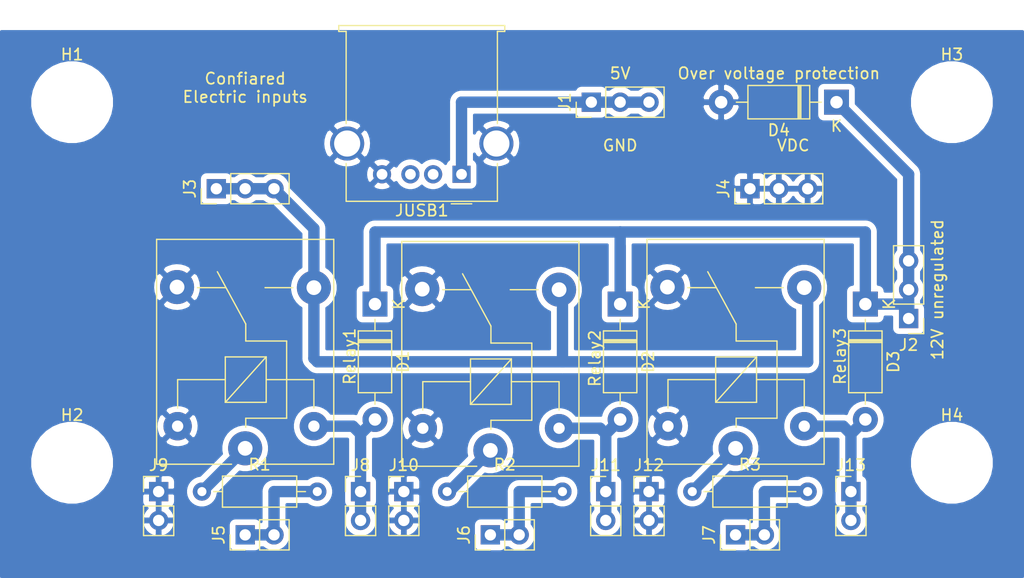
<source format=kicad_pcb>
(kicad_pcb (version 20171130) (host pcbnew 5.1.7+dfsg1-1)

  (general
    (thickness 1.6)
    (drawings 6)
    (tracks 55)
    (zones 0)
    (modules 28)
    (nets 16)
  )

  (page A4)
  (layers
    (0 F.Cu signal)
    (31 B.Cu signal)
    (32 B.Adhes user)
    (33 F.Adhes user)
    (34 B.Paste user)
    (35 F.Paste user)
    (36 B.SilkS user)
    (37 F.SilkS user)
    (38 B.Mask user)
    (39 F.Mask user)
    (40 Dwgs.User user)
    (41 Cmts.User user)
    (42 Eco1.User user)
    (43 Eco2.User user)
    (44 Edge.Cuts user)
    (45 Margin user)
    (46 B.CrtYd user)
    (47 F.CrtYd user)
    (48 B.Fab user)
    (49 F.Fab user)
  )

  (setup
    (last_trace_width 1)
    (user_trace_width 0.5)
    (user_trace_width 1)
    (trace_clearance 0.2)
    (zone_clearance 0.508)
    (zone_45_only no)
    (trace_min 0.2)
    (via_size 0.8)
    (via_drill 0.4)
    (via_min_size 0.4)
    (via_min_drill 0.3)
    (uvia_size 0.3)
    (uvia_drill 0.1)
    (uvias_allowed no)
    (uvia_min_size 0.2)
    (uvia_min_drill 0.1)
    (edge_width 0.05)
    (segment_width 0.2)
    (pcb_text_width 0.3)
    (pcb_text_size 1.5 1.5)
    (mod_edge_width 0.12)
    (mod_text_size 1 1)
    (mod_text_width 0.15)
    (pad_size 3.2 3.2)
    (pad_drill 3.2)
    (pad_to_mask_clearance 0.05)
    (aux_axis_origin 0 0)
    (visible_elements FFFFFF7F)
    (pcbplotparams
      (layerselection 0x010fc_ffffffff)
      (usegerberextensions true)
      (usegerberattributes false)
      (usegerberadvancedattributes true)
      (creategerberjobfile false)
      (excludeedgelayer true)
      (linewidth 0.100000)
      (plotframeref false)
      (viasonmask false)
      (mode 1)
      (useauxorigin false)
      (hpglpennumber 1)
      (hpglpenspeed 20)
      (hpglpendiameter 15.000000)
      (psnegative false)
      (psa4output false)
      (plotreference true)
      (plotvalue true)
      (plotinvisibletext false)
      (padsonsilk false)
      (subtractmaskfromsilk false)
      (outputformat 1)
      (mirror false)
      (drillshape 0)
      (scaleselection 1)
      (outputdirectory "gerber"))
  )

  (net 0 "")
  (net 1 /12Vunregulated)
  (net 2 0)
  (net 3 +5V)
  (net 4 "Net-(JUSB1-Pad2)")
  (net 5 "Net-(JUSB1-Pad3)")
  (net 6 /VDC)
  (net 7 /OCRE)
  (net 8 /OBlu)
  (net 9 /OVic)
  (net 10 /CRE+)
  (net 11 /Blu+)
  (net 12 /Vic+)
  (net 13 "Net-(R1-Pad1)")
  (net 14 "Net-(R2-Pad1)")
  (net 15 "Net-(R3-Pad1)")

  (net_class Default "This is the default net class."
    (clearance 0.2)
    (trace_width 0.25)
    (via_dia 0.8)
    (via_drill 0.4)
    (uvia_dia 0.3)
    (uvia_drill 0.1)
    (add_net +5V)
    (add_net /12Vunregulated)
    (add_net /Blu+)
    (add_net /CRE+)
    (add_net /OBlu)
    (add_net /OCRE)
    (add_net /OVic)
    (add_net /VDC)
    (add_net /Vic+)
    (add_net 0)
    (add_net "Net-(JUSB1-Pad2)")
    (add_net "Net-(JUSB1-Pad3)")
    (add_net "Net-(R1-Pad1)")
    (add_net "Net-(R2-Pad1)")
    (add_net "Net-(R3-Pad1)")
  )

  (module Diode_THT:D_DO-41_SOD81_P10.16mm_Horizontal (layer F.Cu) (tedit 5AE50CD5) (tstamp 5F32712D)
    (at 137.16 140.97 270)
    (descr "Diode, DO-41_SOD81 series, Axial, Horizontal, pin pitch=10.16mm, , length*diameter=5.2*2.7mm^2, , http://www.diodes.com/_files/packages/DO-41%20(Plastic).pdf")
    (tags "Diode DO-41_SOD81 series Axial Horizontal pin pitch 10.16mm  length 5.2mm diameter 2.7mm")
    (path /5F32296C)
    (fp_text reference D1 (at 5.08 -2.47 90) (layer F.SilkS)
      (effects (font (size 1 1) (thickness 0.15)))
    )
    (fp_text value 1N4001 (at 5.08 2.47 90) (layer F.Fab)
      (effects (font (size 1 1) (thickness 0.15)))
    )
    (fp_text user K (at 0 -2.1 90) (layer F.SilkS)
      (effects (font (size 1 1) (thickness 0.15)))
    )
    (fp_text user K (at 0 -2.1 90) (layer F.Fab)
      (effects (font (size 1 1) (thickness 0.15)))
    )
    (fp_text user %R (at 5.47 0 90) (layer F.Fab)
      (effects (font (size 1 1) (thickness 0.15)))
    )
    (fp_line (start 2.48 -1.35) (end 2.48 1.35) (layer F.Fab) (width 0.1))
    (fp_line (start 2.48 1.35) (end 7.68 1.35) (layer F.Fab) (width 0.1))
    (fp_line (start 7.68 1.35) (end 7.68 -1.35) (layer F.Fab) (width 0.1))
    (fp_line (start 7.68 -1.35) (end 2.48 -1.35) (layer F.Fab) (width 0.1))
    (fp_line (start 0 0) (end 2.48 0) (layer F.Fab) (width 0.1))
    (fp_line (start 10.16 0) (end 7.68 0) (layer F.Fab) (width 0.1))
    (fp_line (start 3.26 -1.35) (end 3.26 1.35) (layer F.Fab) (width 0.1))
    (fp_line (start 3.36 -1.35) (end 3.36 1.35) (layer F.Fab) (width 0.1))
    (fp_line (start 3.16 -1.35) (end 3.16 1.35) (layer F.Fab) (width 0.1))
    (fp_line (start 2.36 -1.47) (end 2.36 1.47) (layer F.SilkS) (width 0.12))
    (fp_line (start 2.36 1.47) (end 7.8 1.47) (layer F.SilkS) (width 0.12))
    (fp_line (start 7.8 1.47) (end 7.8 -1.47) (layer F.SilkS) (width 0.12))
    (fp_line (start 7.8 -1.47) (end 2.36 -1.47) (layer F.SilkS) (width 0.12))
    (fp_line (start 1.34 0) (end 2.36 0) (layer F.SilkS) (width 0.12))
    (fp_line (start 8.82 0) (end 7.8 0) (layer F.SilkS) (width 0.12))
    (fp_line (start 3.26 -1.47) (end 3.26 1.47) (layer F.SilkS) (width 0.12))
    (fp_line (start 3.38 -1.47) (end 3.38 1.47) (layer F.SilkS) (width 0.12))
    (fp_line (start 3.14 -1.47) (end 3.14 1.47) (layer F.SilkS) (width 0.12))
    (fp_line (start -1.35 -1.6) (end -1.35 1.6) (layer F.CrtYd) (width 0.05))
    (fp_line (start -1.35 1.6) (end 11.51 1.6) (layer F.CrtYd) (width 0.05))
    (fp_line (start 11.51 1.6) (end 11.51 -1.6) (layer F.CrtYd) (width 0.05))
    (fp_line (start 11.51 -1.6) (end -1.35 -1.6) (layer F.CrtYd) (width 0.05))
    (pad 2 thru_hole oval (at 10.16 0 270) (size 2.2 2.2) (drill 1.1) (layers *.Cu *.Mask)
      (net 10 /CRE+))
    (pad 1 thru_hole rect (at 0 0 270) (size 2.2 2.2) (drill 1.1) (layers *.Cu *.Mask)
      (net 1 /12Vunregulated))
    (model ${KISYS3DMOD}/Diode_THT.3dshapes/D_DO-41_SOD81_P10.16mm_Horizontal.wrl
      (at (xyz 0 0 0))
      (scale (xyz 1 1 1))
      (rotate (xyz 0 0 0))
    )
  )

  (module Connector_PinHeader_2.54mm:PinHeader_1x03_P2.54mm_Vertical (layer F.Cu) (tedit 59FED5CC) (tstamp 5F32E456)
    (at 184.15 142.24 180)
    (descr "Through hole straight pin header, 1x03, 2.54mm pitch, single row")
    (tags "Through hole pin header THT 1x03 2.54mm single row")
    (path /5F329367)
    (fp_text reference J2 (at 0 -2.33) (layer F.SilkS)
      (effects (font (size 1 1) (thickness 0.15)))
    )
    (fp_text value 12V (at 0 7.41) (layer F.Fab)
      (effects (font (size 1 1) (thickness 0.15)))
    )
    (fp_line (start 1.8 -1.8) (end -1.8 -1.8) (layer F.CrtYd) (width 0.05))
    (fp_line (start 1.8 6.85) (end 1.8 -1.8) (layer F.CrtYd) (width 0.05))
    (fp_line (start -1.8 6.85) (end 1.8 6.85) (layer F.CrtYd) (width 0.05))
    (fp_line (start -1.8 -1.8) (end -1.8 6.85) (layer F.CrtYd) (width 0.05))
    (fp_line (start -1.33 -1.33) (end 0 -1.33) (layer F.SilkS) (width 0.12))
    (fp_line (start -1.33 0) (end -1.33 -1.33) (layer F.SilkS) (width 0.12))
    (fp_line (start -1.33 1.27) (end 1.33 1.27) (layer F.SilkS) (width 0.12))
    (fp_line (start 1.33 1.27) (end 1.33 6.41) (layer F.SilkS) (width 0.12))
    (fp_line (start -1.33 1.27) (end -1.33 6.41) (layer F.SilkS) (width 0.12))
    (fp_line (start -1.33 6.41) (end 1.33 6.41) (layer F.SilkS) (width 0.12))
    (fp_line (start -1.27 -0.635) (end -0.635 -1.27) (layer F.Fab) (width 0.1))
    (fp_line (start -1.27 6.35) (end -1.27 -0.635) (layer F.Fab) (width 0.1))
    (fp_line (start 1.27 6.35) (end -1.27 6.35) (layer F.Fab) (width 0.1))
    (fp_line (start 1.27 -1.27) (end 1.27 6.35) (layer F.Fab) (width 0.1))
    (fp_line (start -0.635 -1.27) (end 1.27 -1.27) (layer F.Fab) (width 0.1))
    (fp_text user %R (at 0 2.54 90) (layer F.Fab)
      (effects (font (size 1 1) (thickness 0.15)))
    )
    (pad 3 thru_hole oval (at 0 5.08 180) (size 1.7 1.7) (drill 1) (layers *.Cu *.Mask)
      (net 1 /12Vunregulated))
    (pad 2 thru_hole oval (at 0 2.54 180) (size 1.7 1.7) (drill 1) (layers *.Cu *.Mask)
      (net 1 /12Vunregulated))
    (pad 1 thru_hole rect (at 0 0 180) (size 1.7 1.7) (drill 1) (layers *.Cu *.Mask)
      (net 1 /12Vunregulated))
    (model ${KISYS3DMOD}/Connector_PinHeader_2.54mm.3dshapes/PinHeader_1x03_P2.54mm_Vertical.wrl
      (at (xyz 0 0 0))
      (scale (xyz 1 1 1))
      (rotate (xyz 0 0 0))
    )
  )

  (module Diode_THT:D_DO-41_SOD81_P10.16mm_Horizontal (layer F.Cu) (tedit 5AE50CD5) (tstamp 5F32DD30)
    (at 177.8 123.19 180)
    (descr "Diode, DO-41_SOD81 series, Axial, Horizontal, pin pitch=10.16mm, , length*diameter=5.2*2.7mm^2, , http://www.diodes.com/_files/packages/DO-41%20(Plastic).pdf")
    (tags "Diode DO-41_SOD81 series Axial Horizontal pin pitch 10.16mm  length 5.2mm diameter 2.7mm")
    (path /5F3ED46E)
    (fp_text reference D4 (at 5.08 -2.47) (layer F.SilkS)
      (effects (font (size 1 1) (thickness 0.15)))
    )
    (fp_text value 1n4744 (at 5.08 2.47) (layer F.Fab)
      (effects (font (size 1 1) (thickness 0.15)))
    )
    (fp_line (start 11.51 -1.6) (end -1.35 -1.6) (layer F.CrtYd) (width 0.05))
    (fp_line (start 11.51 1.6) (end 11.51 -1.6) (layer F.CrtYd) (width 0.05))
    (fp_line (start -1.35 1.6) (end 11.51 1.6) (layer F.CrtYd) (width 0.05))
    (fp_line (start -1.35 -1.6) (end -1.35 1.6) (layer F.CrtYd) (width 0.05))
    (fp_line (start 3.14 -1.47) (end 3.14 1.47) (layer F.SilkS) (width 0.12))
    (fp_line (start 3.38 -1.47) (end 3.38 1.47) (layer F.SilkS) (width 0.12))
    (fp_line (start 3.26 -1.47) (end 3.26 1.47) (layer F.SilkS) (width 0.12))
    (fp_line (start 8.82 0) (end 7.8 0) (layer F.SilkS) (width 0.12))
    (fp_line (start 1.34 0) (end 2.36 0) (layer F.SilkS) (width 0.12))
    (fp_line (start 7.8 -1.47) (end 2.36 -1.47) (layer F.SilkS) (width 0.12))
    (fp_line (start 7.8 1.47) (end 7.8 -1.47) (layer F.SilkS) (width 0.12))
    (fp_line (start 2.36 1.47) (end 7.8 1.47) (layer F.SilkS) (width 0.12))
    (fp_line (start 2.36 -1.47) (end 2.36 1.47) (layer F.SilkS) (width 0.12))
    (fp_line (start 3.16 -1.35) (end 3.16 1.35) (layer F.Fab) (width 0.1))
    (fp_line (start 3.36 -1.35) (end 3.36 1.35) (layer F.Fab) (width 0.1))
    (fp_line (start 3.26 -1.35) (end 3.26 1.35) (layer F.Fab) (width 0.1))
    (fp_line (start 10.16 0) (end 7.68 0) (layer F.Fab) (width 0.1))
    (fp_line (start 0 0) (end 2.48 0) (layer F.Fab) (width 0.1))
    (fp_line (start 7.68 -1.35) (end 2.48 -1.35) (layer F.Fab) (width 0.1))
    (fp_line (start 7.68 1.35) (end 7.68 -1.35) (layer F.Fab) (width 0.1))
    (fp_line (start 2.48 1.35) (end 7.68 1.35) (layer F.Fab) (width 0.1))
    (fp_line (start 2.48 -1.35) (end 2.48 1.35) (layer F.Fab) (width 0.1))
    (fp_text user %R (at 5.47 0) (layer F.Fab)
      (effects (font (size 1 1) (thickness 0.15)))
    )
    (fp_text user K (at 0 -2.1) (layer F.Fab)
      (effects (font (size 1 1) (thickness 0.15)))
    )
    (fp_text user K (at 0 -2.1) (layer F.SilkS)
      (effects (font (size 1 1) (thickness 0.15)))
    )
    (pad 1 thru_hole rect (at 0 0 180) (size 2.2 2.2) (drill 1.1) (layers *.Cu *.Mask)
      (net 1 /12Vunregulated))
    (pad 2 thru_hole oval (at 10.16 0 180) (size 2.2 2.2) (drill 1.1) (layers *.Cu *.Mask)
      (net 2 0))
    (model ${KISYS3DMOD}/Diode_THT.3dshapes/D_DO-41_SOD81_P10.16mm_Horizontal.wrl
      (at (xyz 0 0 0))
      (scale (xyz 1 1 1))
      (rotate (xyz 0 0 0))
    )
  )

  (module Connector_PinHeader_2.54mm:PinHeader_1x03_P2.54mm_Vertical (layer F.Cu) (tedit 59FED5CC) (tstamp 5F32E440)
    (at 156.21 123.19 90)
    (descr "Through hole straight pin header, 1x03, 2.54mm pitch, single row")
    (tags "Through hole pin header THT 1x03 2.54mm single row")
    (path /5F32776E)
    (fp_text reference J1 (at 0 -2.33 90) (layer F.SilkS)
      (effects (font (size 1 1) (thickness 0.15)))
    )
    (fp_text value 5V (at 0 7.41 90) (layer F.Fab)
      (effects (font (size 1 1) (thickness 0.15)))
    )
    (fp_line (start -0.635 -1.27) (end 1.27 -1.27) (layer F.Fab) (width 0.1))
    (fp_line (start 1.27 -1.27) (end 1.27 6.35) (layer F.Fab) (width 0.1))
    (fp_line (start 1.27 6.35) (end -1.27 6.35) (layer F.Fab) (width 0.1))
    (fp_line (start -1.27 6.35) (end -1.27 -0.635) (layer F.Fab) (width 0.1))
    (fp_line (start -1.27 -0.635) (end -0.635 -1.27) (layer F.Fab) (width 0.1))
    (fp_line (start -1.33 6.41) (end 1.33 6.41) (layer F.SilkS) (width 0.12))
    (fp_line (start -1.33 1.27) (end -1.33 6.41) (layer F.SilkS) (width 0.12))
    (fp_line (start 1.33 1.27) (end 1.33 6.41) (layer F.SilkS) (width 0.12))
    (fp_line (start -1.33 1.27) (end 1.33 1.27) (layer F.SilkS) (width 0.12))
    (fp_line (start -1.33 0) (end -1.33 -1.33) (layer F.SilkS) (width 0.12))
    (fp_line (start -1.33 -1.33) (end 0 -1.33) (layer F.SilkS) (width 0.12))
    (fp_line (start -1.8 -1.8) (end -1.8 6.85) (layer F.CrtYd) (width 0.05))
    (fp_line (start -1.8 6.85) (end 1.8 6.85) (layer F.CrtYd) (width 0.05))
    (fp_line (start 1.8 6.85) (end 1.8 -1.8) (layer F.CrtYd) (width 0.05))
    (fp_line (start 1.8 -1.8) (end -1.8 -1.8) (layer F.CrtYd) (width 0.05))
    (fp_text user %R (at 0 2.54) (layer F.Fab)
      (effects (font (size 1 1) (thickness 0.15)))
    )
    (pad 1 thru_hole rect (at 0 0 90) (size 1.7 1.7) (drill 1) (layers *.Cu *.Mask)
      (net 3 +5V))
    (pad 2 thru_hole oval (at 0 2.54 90) (size 1.7 1.7) (drill 1) (layers *.Cu *.Mask)
      (net 3 +5V))
    (pad 3 thru_hole oval (at 0 5.08 90) (size 1.7 1.7) (drill 1) (layers *.Cu *.Mask)
      (net 3 +5V))
    (model ${KISYS3DMOD}/Connector_PinHeader_2.54mm.3dshapes/PinHeader_1x03_P2.54mm_Vertical.wrl
      (at (xyz 0 0 0))
      (scale (xyz 1 1 1))
      (rotate (xyz 0 0 0))
    )
  )

  (module Connector_PinHeader_2.54mm:PinHeader_1x03_P2.54mm_Vertical (layer F.Cu) (tedit 59FED5CC) (tstamp 5F33B693)
    (at 170.18 130.81 90)
    (descr "Through hole straight pin header, 1x03, 2.54mm pitch, single row")
    (tags "Through hole pin header THT 1x03 2.54mm single row")
    (path /5F32B220)
    (fp_text reference J4 (at 0 -2.33 90) (layer F.SilkS)
      (effects (font (size 1 1) (thickness 0.15)))
    )
    (fp_text value GND (at 0 7.41 90) (layer F.Fab)
      (effects (font (size 1 1) (thickness 0.15)))
    )
    (fp_line (start -0.635 -1.27) (end 1.27 -1.27) (layer F.Fab) (width 0.1))
    (fp_line (start 1.27 -1.27) (end 1.27 6.35) (layer F.Fab) (width 0.1))
    (fp_line (start 1.27 6.35) (end -1.27 6.35) (layer F.Fab) (width 0.1))
    (fp_line (start -1.27 6.35) (end -1.27 -0.635) (layer F.Fab) (width 0.1))
    (fp_line (start -1.27 -0.635) (end -0.635 -1.27) (layer F.Fab) (width 0.1))
    (fp_line (start -1.33 6.41) (end 1.33 6.41) (layer F.SilkS) (width 0.12))
    (fp_line (start -1.33 1.27) (end -1.33 6.41) (layer F.SilkS) (width 0.12))
    (fp_line (start 1.33 1.27) (end 1.33 6.41) (layer F.SilkS) (width 0.12))
    (fp_line (start -1.33 1.27) (end 1.33 1.27) (layer F.SilkS) (width 0.12))
    (fp_line (start -1.33 0) (end -1.33 -1.33) (layer F.SilkS) (width 0.12))
    (fp_line (start -1.33 -1.33) (end 0 -1.33) (layer F.SilkS) (width 0.12))
    (fp_line (start -1.8 -1.8) (end -1.8 6.85) (layer F.CrtYd) (width 0.05))
    (fp_line (start -1.8 6.85) (end 1.8 6.85) (layer F.CrtYd) (width 0.05))
    (fp_line (start 1.8 6.85) (end 1.8 -1.8) (layer F.CrtYd) (width 0.05))
    (fp_line (start 1.8 -1.8) (end -1.8 -1.8) (layer F.CrtYd) (width 0.05))
    (fp_text user %R (at 0 2.54) (layer F.Fab)
      (effects (font (size 1 1) (thickness 0.15)))
    )
    (pad 1 thru_hole rect (at 0 0 90) (size 1.7 1.7) (drill 1) (layers *.Cu *.Mask)
      (net 2 0))
    (pad 2 thru_hole oval (at 0 2.54 90) (size 1.7 1.7) (drill 1) (layers *.Cu *.Mask)
      (net 2 0))
    (pad 3 thru_hole oval (at 0 5.08 90) (size 1.7 1.7) (drill 1) (layers *.Cu *.Mask)
      (net 2 0))
    (model ${KISYS3DMOD}/Connector_PinHeader_2.54mm.3dshapes/PinHeader_1x03_P2.54mm_Vertical.wrl
      (at (xyz 0 0 0))
      (scale (xyz 1 1 1))
      (rotate (xyz 0 0 0))
    )
  )

  (module Relay_THT:Relay_SPDT_SANYOU_SRD_Series_Form_C (layer F.Cu) (tedit 58FA3148) (tstamp 5F327264)
    (at 125.73 153.67 90)
    (descr "relay Sanyou SRD series Form C http://www.sanyourelay.ca/public/products/pdf/SRD.pdf")
    (tags "relay Sanyu SRD form C")
    (path /5F32050B)
    (fp_text reference Relay1 (at 8.1 9.2 90) (layer F.SilkS)
      (effects (font (size 1 1) (thickness 0.15)))
    )
    (fp_text value SANYOU_SRD_Form_C (at 8 -9.6 90) (layer F.Fab)
      (effects (font (size 1 1) (thickness 0.15)))
    )
    (fp_text user %R (at 7.1 0.025 90) (layer F.Fab)
      (effects (font (size 1 1) (thickness 0.15)))
    )
    (fp_text user 1 (at 0 -2.3 90) (layer F.Fab)
      (effects (font (size 1 1) (thickness 0.15)))
    )
    (fp_line (start -1.4 1.2) (end -1.4 7.8) (layer F.SilkS) (width 0.12))
    (fp_line (start -1.4 -7.8) (end -1.4 -1.2) (layer F.SilkS) (width 0.12))
    (fp_line (start -1.4 -7.8) (end 18.4 -7.8) (layer F.SilkS) (width 0.12))
    (fp_line (start 18.4 -7.8) (end 18.4 7.8) (layer F.SilkS) (width 0.12))
    (fp_line (start 18.4 7.8) (end -1.4 7.8) (layer F.SilkS) (width 0.12))
    (fp_line (start -1.3 -7.7) (end 18.3 -7.7) (layer F.Fab) (width 0.12))
    (fp_line (start 18.3 -7.7) (end 18.3 7.7) (layer F.Fab) (width 0.12))
    (fp_line (start 18.3 7.7) (end -1.3 7.7) (layer F.Fab) (width 0.12))
    (fp_line (start -1.3 7.7) (end -1.3 -7.7) (layer F.Fab) (width 0.12))
    (fp_line (start 18.55 -7.95) (end -1.55 -7.95) (layer F.CrtYd) (width 0.05))
    (fp_line (start -1.55 7.95) (end -1.55 -7.95) (layer F.CrtYd) (width 0.05))
    (fp_line (start 18.55 -7.95) (end 18.55 7.95) (layer F.CrtYd) (width 0.05))
    (fp_line (start -1.55 7.95) (end 18.55 7.95) (layer F.CrtYd) (width 0.05))
    (fp_line (start 14.15 4.2) (end 14.15 1.75) (layer F.SilkS) (width 0.12))
    (fp_line (start 14.15 -4.2) (end 14.15 -1.7) (layer F.SilkS) (width 0.12))
    (fp_line (start 3.55 6.05) (end 6.05 6.05) (layer F.SilkS) (width 0.12))
    (fp_line (start 2.65 0.05) (end 1.85 0.05) (layer F.SilkS) (width 0.12))
    (fp_line (start 6.05 -5.95) (end 3.55 -5.95) (layer F.SilkS) (width 0.12))
    (fp_line (start 9.45 0.05) (end 10.95 0.05) (layer F.SilkS) (width 0.12))
    (fp_line (start 10.95 0.05) (end 15.55 -2.45) (layer F.SilkS) (width 0.12))
    (fp_line (start 9.45 3.65) (end 2.65 3.65) (layer F.SilkS) (width 0.12))
    (fp_line (start 9.45 0.05) (end 9.45 3.65) (layer F.SilkS) (width 0.12))
    (fp_line (start 2.65 0.05) (end 2.65 3.65) (layer F.SilkS) (width 0.12))
    (fp_line (start 6.05 -5.95) (end 6.05 -1.75) (layer F.SilkS) (width 0.12))
    (fp_line (start 6.05 1.85) (end 6.05 6.05) (layer F.SilkS) (width 0.12))
    (fp_line (start 8.05 1.85) (end 4.05 -1.75) (layer F.SilkS) (width 0.12))
    (fp_line (start 4.05 1.85) (end 4.05 -1.75) (layer F.SilkS) (width 0.12))
    (fp_line (start 4.05 -1.75) (end 8.05 -1.75) (layer F.SilkS) (width 0.12))
    (fp_line (start 8.05 -1.75) (end 8.05 1.85) (layer F.SilkS) (width 0.12))
    (fp_line (start 8.05 1.85) (end 4.05 1.85) (layer F.SilkS) (width 0.12))
    (pad 1 thru_hole circle (at 0 0 180) (size 3 3) (drill 1.3) (layers *.Cu *.Mask)
      (net 13 "Net-(R1-Pad1)"))
    (pad 5 thru_hole circle (at 1.95 -5.95 180) (size 2.5 2.5) (drill 1) (layers *.Cu *.Mask)
      (net 2 0))
    (pad 4 thru_hole circle (at 14.2 -6 180) (size 3 3) (drill 1.3) (layers *.Cu *.Mask)
      (net 2 0))
    (pad 3 thru_hole circle (at 14.15 6.05 180) (size 3 3) (drill 1.3) (layers *.Cu *.Mask)
      (net 6 /VDC))
    (pad 2 thru_hole circle (at 1.95 6.05 180) (size 2.5 2.5) (drill 1) (layers *.Cu *.Mask)
      (net 10 /CRE+))
    (model ${KISYS3DMOD}/Relay_THT.3dshapes/Relay_SPDT_SANYOU_SRD_Series_Form_C.wrl
      (at (xyz 0 0 0))
      (scale (xyz 1 1 1))
      (rotate (xyz 0 0 0))
    )
  )

  (module Connector_PinHeader_2.54mm:PinHeader_1x03_P2.54mm_Vertical (layer F.Cu) (tedit 59FED5CC) (tstamp 5F33B67D)
    (at 123.19 130.81 90)
    (descr "Through hole straight pin header, 1x03, 2.54mm pitch, single row")
    (tags "Through hole pin header THT 1x03 2.54mm single row")
    (path /5F32A1DB)
    (fp_text reference J3 (at 0 -2.33 90) (layer F.SilkS)
      (effects (font (size 1 1) (thickness 0.15)))
    )
    (fp_text value VDC (at 0 7.41 90) (layer F.Fab)
      (effects (font (size 1 1) (thickness 0.15)))
    )
    (fp_line (start 1.8 -1.8) (end -1.8 -1.8) (layer F.CrtYd) (width 0.05))
    (fp_line (start 1.8 6.85) (end 1.8 -1.8) (layer F.CrtYd) (width 0.05))
    (fp_line (start -1.8 6.85) (end 1.8 6.85) (layer F.CrtYd) (width 0.05))
    (fp_line (start -1.8 -1.8) (end -1.8 6.85) (layer F.CrtYd) (width 0.05))
    (fp_line (start -1.33 -1.33) (end 0 -1.33) (layer F.SilkS) (width 0.12))
    (fp_line (start -1.33 0) (end -1.33 -1.33) (layer F.SilkS) (width 0.12))
    (fp_line (start -1.33 1.27) (end 1.33 1.27) (layer F.SilkS) (width 0.12))
    (fp_line (start 1.33 1.27) (end 1.33 6.41) (layer F.SilkS) (width 0.12))
    (fp_line (start -1.33 1.27) (end -1.33 6.41) (layer F.SilkS) (width 0.12))
    (fp_line (start -1.33 6.41) (end 1.33 6.41) (layer F.SilkS) (width 0.12))
    (fp_line (start -1.27 -0.635) (end -0.635 -1.27) (layer F.Fab) (width 0.1))
    (fp_line (start -1.27 6.35) (end -1.27 -0.635) (layer F.Fab) (width 0.1))
    (fp_line (start 1.27 6.35) (end -1.27 6.35) (layer F.Fab) (width 0.1))
    (fp_line (start 1.27 -1.27) (end 1.27 6.35) (layer F.Fab) (width 0.1))
    (fp_line (start -0.635 -1.27) (end 1.27 -1.27) (layer F.Fab) (width 0.1))
    (fp_text user %R (at 0 2.54) (layer F.Fab)
      (effects (font (size 1 1) (thickness 0.15)))
    )
    (pad 3 thru_hole oval (at 0 5.08 90) (size 1.7 1.7) (drill 1) (layers *.Cu *.Mask)
      (net 6 /VDC))
    (pad 2 thru_hole oval (at 0 2.54 90) (size 1.7 1.7) (drill 1) (layers *.Cu *.Mask)
      (net 6 /VDC))
    (pad 1 thru_hole rect (at 0 0 90) (size 1.7 1.7) (drill 1) (layers *.Cu *.Mask)
      (net 6 /VDC))
    (model ${KISYS3DMOD}/Connector_PinHeader_2.54mm.3dshapes/PinHeader_1x03_P2.54mm_Vertical.wrl
      (at (xyz 0 0 0))
      (scale (xyz 1 1 1))
      (rotate (xyz 0 0 0))
    )
  )

  (module MountingHole:MountingHole_3.2mm_M3 (layer F.Cu) (tedit 5F32FDF8) (tstamp 5F32F8F9)
    (at 110.49 123.19)
    (descr "Mounting Hole 3.2mm, no annular, M3")
    (tags "mounting hole 3.2mm no annular m3")
    (path /5F333282)
    (attr virtual)
    (fp_text reference H1 (at 0 -4.2) (layer F.SilkS)
      (effects (font (size 1 1) (thickness 0.15)))
    )
    (fp_text value MountingHole (at 0 4.2) (layer F.Fab)
      (effects (font (size 1 1) (thickness 0.15)))
    )
    (fp_text user %R (at 0.3 0) (layer F.Fab)
      (effects (font (size 1 1) (thickness 0.15)))
    )
    (fp_circle (center 0 0) (end 3.2 0) (layer Cmts.User) (width 0.15))
    (fp_circle (center 0 0) (end 3.45 0) (layer F.CrtYd) (width 0.05))
    (pad "" np_thru_hole circle (at 0 0) (size 3.2 3.2) (drill 3.2) (layers *.Cu *.Mask)
      (solder_mask_margin 1) (clearance 2))
  )

  (module Relay_THT:Relay_SPDT_SANYOU_SRD_Series_Form_C (layer F.Cu) (tedit 58FA3148) (tstamp 5F3272B6)
    (at 168.91 153.67 90)
    (descr "relay Sanyou SRD series Form C http://www.sanyourelay.ca/public/products/pdf/SRD.pdf")
    (tags "relay Sanyu SRD form C")
    (path /5F321B80)
    (fp_text reference Relay3 (at 8.1 9.2 90) (layer F.SilkS)
      (effects (font (size 1 1) (thickness 0.15)))
    )
    (fp_text value SANYOU_SRD_Form_C (at 8 -9.6 90) (layer F.Fab)
      (effects (font (size 1 1) (thickness 0.15)))
    )
    (fp_text user 1 (at 0 -2.3 90) (layer F.Fab)
      (effects (font (size 1 1) (thickness 0.15)))
    )
    (fp_text user %R (at 7.1 0.025 90) (layer F.Fab)
      (effects (font (size 1 1) (thickness 0.15)))
    )
    (fp_line (start 8.05 1.85) (end 4.05 1.85) (layer F.SilkS) (width 0.12))
    (fp_line (start 8.05 -1.75) (end 8.05 1.85) (layer F.SilkS) (width 0.12))
    (fp_line (start 4.05 -1.75) (end 8.05 -1.75) (layer F.SilkS) (width 0.12))
    (fp_line (start 4.05 1.85) (end 4.05 -1.75) (layer F.SilkS) (width 0.12))
    (fp_line (start 8.05 1.85) (end 4.05 -1.75) (layer F.SilkS) (width 0.12))
    (fp_line (start 6.05 1.85) (end 6.05 6.05) (layer F.SilkS) (width 0.12))
    (fp_line (start 6.05 -5.95) (end 6.05 -1.75) (layer F.SilkS) (width 0.12))
    (fp_line (start 2.65 0.05) (end 2.65 3.65) (layer F.SilkS) (width 0.12))
    (fp_line (start 9.45 0.05) (end 9.45 3.65) (layer F.SilkS) (width 0.12))
    (fp_line (start 9.45 3.65) (end 2.65 3.65) (layer F.SilkS) (width 0.12))
    (fp_line (start 10.95 0.05) (end 15.55 -2.45) (layer F.SilkS) (width 0.12))
    (fp_line (start 9.45 0.05) (end 10.95 0.05) (layer F.SilkS) (width 0.12))
    (fp_line (start 6.05 -5.95) (end 3.55 -5.95) (layer F.SilkS) (width 0.12))
    (fp_line (start 2.65 0.05) (end 1.85 0.05) (layer F.SilkS) (width 0.12))
    (fp_line (start 3.55 6.05) (end 6.05 6.05) (layer F.SilkS) (width 0.12))
    (fp_line (start 14.15 -4.2) (end 14.15 -1.7) (layer F.SilkS) (width 0.12))
    (fp_line (start 14.15 4.2) (end 14.15 1.75) (layer F.SilkS) (width 0.12))
    (fp_line (start -1.55 7.95) (end 18.55 7.95) (layer F.CrtYd) (width 0.05))
    (fp_line (start 18.55 -7.95) (end 18.55 7.95) (layer F.CrtYd) (width 0.05))
    (fp_line (start -1.55 7.95) (end -1.55 -7.95) (layer F.CrtYd) (width 0.05))
    (fp_line (start 18.55 -7.95) (end -1.55 -7.95) (layer F.CrtYd) (width 0.05))
    (fp_line (start -1.3 7.7) (end -1.3 -7.7) (layer F.Fab) (width 0.12))
    (fp_line (start 18.3 7.7) (end -1.3 7.7) (layer F.Fab) (width 0.12))
    (fp_line (start 18.3 -7.7) (end 18.3 7.7) (layer F.Fab) (width 0.12))
    (fp_line (start -1.3 -7.7) (end 18.3 -7.7) (layer F.Fab) (width 0.12))
    (fp_line (start 18.4 7.8) (end -1.4 7.8) (layer F.SilkS) (width 0.12))
    (fp_line (start 18.4 -7.8) (end 18.4 7.8) (layer F.SilkS) (width 0.12))
    (fp_line (start -1.4 -7.8) (end 18.4 -7.8) (layer F.SilkS) (width 0.12))
    (fp_line (start -1.4 -7.8) (end -1.4 -1.2) (layer F.SilkS) (width 0.12))
    (fp_line (start -1.4 1.2) (end -1.4 7.8) (layer F.SilkS) (width 0.12))
    (pad 2 thru_hole circle (at 1.95 6.05 180) (size 2.5 2.5) (drill 1) (layers *.Cu *.Mask)
      (net 12 /Vic+))
    (pad 3 thru_hole circle (at 14.15 6.05 180) (size 3 3) (drill 1.3) (layers *.Cu *.Mask)
      (net 6 /VDC))
    (pad 4 thru_hole circle (at 14.2 -6 180) (size 3 3) (drill 1.3) (layers *.Cu *.Mask)
      (net 2 0))
    (pad 5 thru_hole circle (at 1.95 -5.95 180) (size 2.5 2.5) (drill 1) (layers *.Cu *.Mask)
      (net 2 0))
    (pad 1 thru_hole circle (at 0 0 180) (size 3 3) (drill 1.3) (layers *.Cu *.Mask)
      (net 15 "Net-(R3-Pad1)"))
    (model ${KISYS3DMOD}/Relay_THT.3dshapes/Relay_SPDT_SANYOU_SRD_Series_Form_C.wrl
      (at (xyz 0 0 0))
      (scale (xyz 1 1 1))
      (rotate (xyz 0 0 0))
    )
  )

  (module Relay_THT:Relay_SPDT_SANYOU_SRD_Series_Form_C (layer F.Cu) (tedit 58FA3148) (tstamp 5F32728D)
    (at 147.32 153.85 90)
    (descr "relay Sanyou SRD series Form C http://www.sanyourelay.ca/public/products/pdf/SRD.pdf")
    (tags "relay Sanyu SRD form C")
    (path /5F32155B)
    (fp_text reference Relay2 (at 8.1 9.2 90) (layer F.SilkS)
      (effects (font (size 1 1) (thickness 0.15)))
    )
    (fp_text value SANYOU_SRD_Form_C (at 8 -9.6 90) (layer F.Fab)
      (effects (font (size 1 1) (thickness 0.15)))
    )
    (fp_text user %R (at 7.1 0.025 90) (layer F.Fab)
      (effects (font (size 1 1) (thickness 0.15)))
    )
    (fp_text user 1 (at 0 -2.3 90) (layer F.Fab)
      (effects (font (size 1 1) (thickness 0.15)))
    )
    (fp_line (start -1.4 1.2) (end -1.4 7.8) (layer F.SilkS) (width 0.12))
    (fp_line (start -1.4 -7.8) (end -1.4 -1.2) (layer F.SilkS) (width 0.12))
    (fp_line (start -1.4 -7.8) (end 18.4 -7.8) (layer F.SilkS) (width 0.12))
    (fp_line (start 18.4 -7.8) (end 18.4 7.8) (layer F.SilkS) (width 0.12))
    (fp_line (start 18.4 7.8) (end -1.4 7.8) (layer F.SilkS) (width 0.12))
    (fp_line (start -1.3 -7.7) (end 18.3 -7.7) (layer F.Fab) (width 0.12))
    (fp_line (start 18.3 -7.7) (end 18.3 7.7) (layer F.Fab) (width 0.12))
    (fp_line (start 18.3 7.7) (end -1.3 7.7) (layer F.Fab) (width 0.12))
    (fp_line (start -1.3 7.7) (end -1.3 -7.7) (layer F.Fab) (width 0.12))
    (fp_line (start 18.55 -7.95) (end -1.55 -7.95) (layer F.CrtYd) (width 0.05))
    (fp_line (start -1.55 7.95) (end -1.55 -7.95) (layer F.CrtYd) (width 0.05))
    (fp_line (start 18.55 -7.95) (end 18.55 7.95) (layer F.CrtYd) (width 0.05))
    (fp_line (start -1.55 7.95) (end 18.55 7.95) (layer F.CrtYd) (width 0.05))
    (fp_line (start 14.15 4.2) (end 14.15 1.75) (layer F.SilkS) (width 0.12))
    (fp_line (start 14.15 -4.2) (end 14.15 -1.7) (layer F.SilkS) (width 0.12))
    (fp_line (start 3.55 6.05) (end 6.05 6.05) (layer F.SilkS) (width 0.12))
    (fp_line (start 2.65 0.05) (end 1.85 0.05) (layer F.SilkS) (width 0.12))
    (fp_line (start 6.05 -5.95) (end 3.55 -5.95) (layer F.SilkS) (width 0.12))
    (fp_line (start 9.45 0.05) (end 10.95 0.05) (layer F.SilkS) (width 0.12))
    (fp_line (start 10.95 0.05) (end 15.55 -2.45) (layer F.SilkS) (width 0.12))
    (fp_line (start 9.45 3.65) (end 2.65 3.65) (layer F.SilkS) (width 0.12))
    (fp_line (start 9.45 0.05) (end 9.45 3.65) (layer F.SilkS) (width 0.12))
    (fp_line (start 2.65 0.05) (end 2.65 3.65) (layer F.SilkS) (width 0.12))
    (fp_line (start 6.05 -5.95) (end 6.05 -1.75) (layer F.SilkS) (width 0.12))
    (fp_line (start 6.05 1.85) (end 6.05 6.05) (layer F.SilkS) (width 0.12))
    (fp_line (start 8.05 1.85) (end 4.05 -1.75) (layer F.SilkS) (width 0.12))
    (fp_line (start 4.05 1.85) (end 4.05 -1.75) (layer F.SilkS) (width 0.12))
    (fp_line (start 4.05 -1.75) (end 8.05 -1.75) (layer F.SilkS) (width 0.12))
    (fp_line (start 8.05 -1.75) (end 8.05 1.85) (layer F.SilkS) (width 0.12))
    (fp_line (start 8.05 1.85) (end 4.05 1.85) (layer F.SilkS) (width 0.12))
    (pad 1 thru_hole circle (at 0 0 180) (size 3 3) (drill 1.3) (layers *.Cu *.Mask)
      (net 14 "Net-(R2-Pad1)"))
    (pad 5 thru_hole circle (at 1.95 -5.95 180) (size 2.5 2.5) (drill 1) (layers *.Cu *.Mask)
      (net 2 0))
    (pad 4 thru_hole circle (at 14.2 -6 180) (size 3 3) (drill 1.3) (layers *.Cu *.Mask)
      (net 2 0))
    (pad 3 thru_hole circle (at 14.15 6.05 180) (size 3 3) (drill 1.3) (layers *.Cu *.Mask)
      (net 6 /VDC))
    (pad 2 thru_hole circle (at 1.95 6.05 180) (size 2.5 2.5) (drill 1) (layers *.Cu *.Mask)
      (net 11 /Blu+))
    (model ${KISYS3DMOD}/Relay_THT.3dshapes/Relay_SPDT_SANYOU_SRD_Series_Form_C.wrl
      (at (xyz 0 0 0))
      (scale (xyz 1 1 1))
      (rotate (xyz 0 0 0))
    )
  )

  (module MountingHole:MountingHole_3.2mm_M3 (layer F.Cu) (tedit 5F32FE05) (tstamp 5F32F909)
    (at 187.96 123.19)
    (descr "Mounting Hole 3.2mm, no annular, M3")
    (tags "mounting hole 3.2mm no annular m3")
    (path /5F33481C)
    (attr virtual)
    (fp_text reference H3 (at 0 -4.2) (layer F.SilkS)
      (effects (font (size 1 1) (thickness 0.15)))
    )
    (fp_text value MountingHole (at 0 4.2) (layer F.Fab)
      (effects (font (size 1 1) (thickness 0.15)))
    )
    (fp_text user %R (at 0.3 0) (layer F.Fab)
      (effects (font (size 1 1) (thickness 0.15)))
    )
    (fp_circle (center 0 0) (end 3.45 0) (layer F.CrtYd) (width 0.05))
    (fp_circle (center 0 0) (end 3.2 0) (layer Cmts.User) (width 0.15))
    (pad "" np_thru_hole circle (at 0 0) (size 3.2 3.2) (drill 3.2) (layers *.Cu *.Mask)
      (solder_mask_margin 1) (clearance 2))
  )

  (module Connector_USB:USB_A_Molex_67643_Horizontal (layer F.Cu) (tedit 5EA03975) (tstamp 5F33ADCE)
    (at 144.78 129.54 180)
    (descr "USB type A, Horizontal, https://www.molex.com/pdm_docs/sd/676433910_sd.pdf")
    (tags "USB_A Female Connector receptacle")
    (path /5F3256A2)
    (fp_text reference JUSB1 (at 3.5 -3.19) (layer F.SilkS)
      (effects (font (size 1 1) (thickness 0.15)))
    )
    (fp_text value USB_A (at 3.5 14.5) (layer F.Fab)
      (effects (font (size 1 1) (thickness 0.15)))
    )
    (fp_line (start -3.05 -2.27) (end 10.05 -2.27) (layer F.Fab) (width 0.1))
    (fp_line (start 10.05 -2.27) (end 10.05 12.69) (layer F.Fab) (width 0.1))
    (fp_line (start -3.16 12.58) (end -3.16 4.47) (layer F.SilkS) (width 0.12))
    (fp_line (start -3.16 12.58) (end -3.81 12.58) (layer F.SilkS) (width 0.12))
    (fp_line (start -3.7 12.69) (end -3.7 12.99) (layer F.Fab) (width 0.1))
    (fp_line (start -3.7 12.99) (end 10.7 12.99) (layer F.Fab) (width 0.1))
    (fp_line (start 10.7 12.99) (end 10.7 12.69) (layer F.Fab) (width 0.1))
    (fp_line (start 10.7 12.69) (end 10.05 12.69) (layer F.Fab) (width 0.1))
    (fp_line (start -3.05 9.27) (end 10.05 9.27) (layer F.Fab) (width 0.1))
    (fp_line (start -3.55 -2.77) (end 10.55 -2.77) (layer F.CrtYd) (width 0.05))
    (fp_line (start 10.55 -2.77) (end 10.55 0.76) (layer F.CrtYd) (width 0.05))
    (fp_line (start -3.55 -2.77) (end -3.55 0.76) (layer F.CrtYd) (width 0.05))
    (fp_line (start -4.2 13.49) (end 11.2 13.49) (layer F.CrtYd) (width 0.05))
    (fp_line (start 11.2 13.49) (end 11.2 12.19) (layer F.CrtYd) (width 0.05))
    (fp_line (start 11.2 12.19) (end 10.55 12.19) (layer F.CrtYd) (width 0.05))
    (fp_line (start 10.55 12.19) (end 10.55 4.66) (layer F.CrtYd) (width 0.05))
    (fp_line (start -4.2 13.49) (end -4.2 12.19) (layer F.CrtYd) (width 0.05))
    (fp_line (start -4.2 12.19) (end -3.55 12.19) (layer F.CrtYd) (width 0.05))
    (fp_line (start -3.55 12.19) (end -3.55 4.66) (layer F.CrtYd) (width 0.05))
    (fp_line (start -3.16 -2.38) (end 10.16 -2.38) (layer F.SilkS) (width 0.12))
    (fp_line (start -3.16 -2.38) (end -3.16 0.95) (layer F.SilkS) (width 0.12))
    (fp_line (start 10.16 -2.38) (end 10.16 0.95) (layer F.SilkS) (width 0.12))
    (fp_line (start -3.05 12.69) (end -3.05 -2.27) (layer F.Fab) (width 0.1))
    (fp_line (start 10.81 13.1) (end 10.81 12.58) (layer F.SilkS) (width 0.12))
    (fp_line (start -3.81 13.1) (end 10.81 13.1) (layer F.SilkS) (width 0.12))
    (fp_line (start 10.16 4.47) (end 10.16 12.58) (layer F.SilkS) (width 0.12))
    (fp_line (start -3.81 12.58) (end -3.81 13.1) (layer F.SilkS) (width 0.12))
    (fp_line (start 10.81 12.58) (end 10.16 12.58) (layer F.SilkS) (width 0.12))
    (fp_line (start -3.05 12.69) (end -3.7 12.69) (layer F.Fab) (width 0.1))
    (fp_line (start -0.9 -2.6) (end 0.9 -2.6) (layer F.SilkS) (width 0.12))
    (fp_line (start -1 -2.27) (end 0 -1.27) (layer F.Fab) (width 0.1))
    (fp_line (start 0 -1.27) (end 1 -2.27) (layer F.Fab) (width 0.1))
    (fp_text user %R (at 3.5 3.7) (layer F.Fab)
      (effects (font (size 1 1) (thickness 0.15)))
    )
    (fp_arc (start -3.07 2.71) (end -3.55 0.76) (angle -152.3426981) (layer F.CrtYd) (width 0.05))
    (fp_arc (start 10.07 2.71) (end 10.55 4.66) (angle -152.3426981) (layer F.CrtYd) (width 0.05))
    (pad 5 thru_hole circle (at -3.07 2.71 180) (size 3 3) (drill 2.3) (layers *.Cu *.Mask)
      (net 2 0))
    (pad 5 thru_hole circle (at 10.07 2.71 180) (size 3 3) (drill 2.3) (layers *.Cu *.Mask)
      (net 2 0))
    (pad 1 thru_hole rect (at 0 0 180) (size 1.6 1.5) (drill 0.95) (layers *.Cu *.Mask)
      (net 3 +5V))
    (pad 2 thru_hole circle (at 2.5 0 180) (size 1.6 1.6) (drill 0.95) (layers *.Cu *.Mask)
      (net 4 "Net-(JUSB1-Pad2)"))
    (pad 3 thru_hole circle (at 4.5 0 180) (size 1.6 1.6) (drill 0.95) (layers *.Cu *.Mask)
      (net 5 "Net-(JUSB1-Pad3)"))
    (pad 4 thru_hole circle (at 7 0 180) (size 1.6 1.6) (drill 0.95) (layers *.Cu *.Mask)
      (net 2 0))
    (model ${KISYS3DMOD}/Connector_USB.3dshapes/USB_A_Molex_67643_Horizontal.wrl
      (at (xyz 0 0 0))
      (scale (xyz 1 1 1))
      (rotate (xyz 0 0 0))
    )
  )

  (module MountingHole:MountingHole_3.2mm_M3 (layer F.Cu) (tedit 5F32FE13) (tstamp 5F32F901)
    (at 110.49 154.94)
    (descr "Mounting Hole 3.2mm, no annular, M3")
    (tags "mounting hole 3.2mm no annular m3")
    (path /5F332BD4)
    (attr virtual)
    (fp_text reference H2 (at 0 -4.2) (layer F.SilkS)
      (effects (font (size 1 1) (thickness 0.15)))
    )
    (fp_text value MountingHole (at 0 4.2) (layer F.Fab)
      (effects (font (size 1 1) (thickness 0.15)))
    )
    (fp_text user %R (at 0.3 0) (layer F.Fab)
      (effects (font (size 1 1) (thickness 0.15)))
    )
    (fp_circle (center 0 0) (end 3.45 0) (layer F.CrtYd) (width 0.05))
    (fp_circle (center 0 0) (end 3.2 0) (layer Cmts.User) (width 0.15))
    (pad "" np_thru_hole circle (at 0 0) (size 3.2 3.2) (drill 3.2) (layers *.Cu *.Mask)
      (solder_mask_margin 1) (clearance 2))
  )

  (module MountingHole:MountingHole_3.2mm_M3 (layer F.Cu) (tedit 5F32FE0B) (tstamp 5F32F911)
    (at 187.96 154.94)
    (descr "Mounting Hole 3.2mm, no annular, M3")
    (tags "mounting hole 3.2mm no annular m3")
    (path /5F33819F)
    (attr virtual)
    (fp_text reference H4 (at 0 -4.2) (layer F.SilkS)
      (effects (font (size 1 1) (thickness 0.15)))
    )
    (fp_text value MountingHole (at 0 4.2) (layer F.Fab)
      (effects (font (size 1 1) (thickness 0.15)))
    )
    (fp_text user %R (at 0.3 0) (layer F.Fab)
      (effects (font (size 1 1) (thickness 0.15)))
    )
    (fp_circle (center 0 0) (end 3.2 0) (layer Cmts.User) (width 0.15))
    (fp_circle (center 0 0) (end 3.45 0) (layer F.CrtYd) (width 0.05))
    (pad "" np_thru_hole circle (at 0 0) (size 3.2 3.2) (drill 3.2) (layers *.Cu *.Mask)
      (solder_mask_margin 1) (clearance 2))
  )

  (module Diode_THT:D_DO-41_SOD81_P10.16mm_Horizontal (layer F.Cu) (tedit 5AE50CD5) (tstamp 5F32716B)
    (at 180.34 140.97 270)
    (descr "Diode, DO-41_SOD81 series, Axial, Horizontal, pin pitch=10.16mm, , length*diameter=5.2*2.7mm^2, , http://www.diodes.com/_files/packages/DO-41%20(Plastic).pdf")
    (tags "Diode DO-41_SOD81 series Axial Horizontal pin pitch 10.16mm  length 5.2mm diameter 2.7mm")
    (path /5F323705)
    (fp_text reference D3 (at 5.08 -2.47 90) (layer F.SilkS)
      (effects (font (size 1 1) (thickness 0.15)))
    )
    (fp_text value 1N4001 (at 5.08 2.47 90) (layer F.Fab)
      (effects (font (size 1 1) (thickness 0.15)))
    )
    (fp_text user K (at 0 -2.1 90) (layer F.SilkS)
      (effects (font (size 1 1) (thickness 0.15)))
    )
    (fp_text user K (at 0 -2.1 90) (layer F.Fab)
      (effects (font (size 1 1) (thickness 0.15)))
    )
    (fp_text user %R (at 5.47 0 90) (layer F.Fab)
      (effects (font (size 1 1) (thickness 0.15)))
    )
    (fp_line (start 2.48 -1.35) (end 2.48 1.35) (layer F.Fab) (width 0.1))
    (fp_line (start 2.48 1.35) (end 7.68 1.35) (layer F.Fab) (width 0.1))
    (fp_line (start 7.68 1.35) (end 7.68 -1.35) (layer F.Fab) (width 0.1))
    (fp_line (start 7.68 -1.35) (end 2.48 -1.35) (layer F.Fab) (width 0.1))
    (fp_line (start 0 0) (end 2.48 0) (layer F.Fab) (width 0.1))
    (fp_line (start 10.16 0) (end 7.68 0) (layer F.Fab) (width 0.1))
    (fp_line (start 3.26 -1.35) (end 3.26 1.35) (layer F.Fab) (width 0.1))
    (fp_line (start 3.36 -1.35) (end 3.36 1.35) (layer F.Fab) (width 0.1))
    (fp_line (start 3.16 -1.35) (end 3.16 1.35) (layer F.Fab) (width 0.1))
    (fp_line (start 2.36 -1.47) (end 2.36 1.47) (layer F.SilkS) (width 0.12))
    (fp_line (start 2.36 1.47) (end 7.8 1.47) (layer F.SilkS) (width 0.12))
    (fp_line (start 7.8 1.47) (end 7.8 -1.47) (layer F.SilkS) (width 0.12))
    (fp_line (start 7.8 -1.47) (end 2.36 -1.47) (layer F.SilkS) (width 0.12))
    (fp_line (start 1.34 0) (end 2.36 0) (layer F.SilkS) (width 0.12))
    (fp_line (start 8.82 0) (end 7.8 0) (layer F.SilkS) (width 0.12))
    (fp_line (start 3.26 -1.47) (end 3.26 1.47) (layer F.SilkS) (width 0.12))
    (fp_line (start 3.38 -1.47) (end 3.38 1.47) (layer F.SilkS) (width 0.12))
    (fp_line (start 3.14 -1.47) (end 3.14 1.47) (layer F.SilkS) (width 0.12))
    (fp_line (start -1.35 -1.6) (end -1.35 1.6) (layer F.CrtYd) (width 0.05))
    (fp_line (start -1.35 1.6) (end 11.51 1.6) (layer F.CrtYd) (width 0.05))
    (fp_line (start 11.51 1.6) (end 11.51 -1.6) (layer F.CrtYd) (width 0.05))
    (fp_line (start 11.51 -1.6) (end -1.35 -1.6) (layer F.CrtYd) (width 0.05))
    (pad 2 thru_hole oval (at 10.16 0 270) (size 2.2 2.2) (drill 1.1) (layers *.Cu *.Mask)
      (net 12 /Vic+))
    (pad 1 thru_hole rect (at 0 0 270) (size 2.2 2.2) (drill 1.1) (layers *.Cu *.Mask)
      (net 1 /12Vunregulated))
    (model ${KISYS3DMOD}/Diode_THT.3dshapes/D_DO-41_SOD81_P10.16mm_Horizontal.wrl
      (at (xyz 0 0 0))
      (scale (xyz 1 1 1))
      (rotate (xyz 0 0 0))
    )
  )

  (module Connector_PinHeader_2.54mm:PinHeader_1x02_P2.54mm_Vertical (layer F.Cu) (tedit 59FED5CC) (tstamp 5F327209)
    (at 147.32 161.29 90)
    (descr "Through hole straight pin header, 1x02, 2.54mm pitch, single row")
    (tags "Through hole pin header THT 1x02 2.54mm single row")
    (path /5F326A8B)
    (fp_text reference J6 (at 0 -2.33 90) (layer F.SilkS)
      (effects (font (size 1 1) (thickness 0.15)))
    )
    (fp_text value BlueSun (at 0 4.87 90) (layer F.Fab)
      (effects (font (size 1 1) (thickness 0.15)))
    )
    (fp_text user %R (at 0 1.27) (layer F.Fab)
      (effects (font (size 1 1) (thickness 0.15)))
    )
    (fp_line (start 1.8 -1.8) (end -1.8 -1.8) (layer F.CrtYd) (width 0.05))
    (fp_line (start 1.8 4.35) (end 1.8 -1.8) (layer F.CrtYd) (width 0.05))
    (fp_line (start -1.8 4.35) (end 1.8 4.35) (layer F.CrtYd) (width 0.05))
    (fp_line (start -1.8 -1.8) (end -1.8 4.35) (layer F.CrtYd) (width 0.05))
    (fp_line (start -1.33 -1.33) (end 0 -1.33) (layer F.SilkS) (width 0.12))
    (fp_line (start -1.33 0) (end -1.33 -1.33) (layer F.SilkS) (width 0.12))
    (fp_line (start -1.33 1.27) (end 1.33 1.27) (layer F.SilkS) (width 0.12))
    (fp_line (start 1.33 1.27) (end 1.33 3.87) (layer F.SilkS) (width 0.12))
    (fp_line (start -1.33 1.27) (end -1.33 3.87) (layer F.SilkS) (width 0.12))
    (fp_line (start -1.33 3.87) (end 1.33 3.87) (layer F.SilkS) (width 0.12))
    (fp_line (start -1.27 -0.635) (end -0.635 -1.27) (layer F.Fab) (width 0.1))
    (fp_line (start -1.27 3.81) (end -1.27 -0.635) (layer F.Fab) (width 0.1))
    (fp_line (start 1.27 3.81) (end -1.27 3.81) (layer F.Fab) (width 0.1))
    (fp_line (start 1.27 -1.27) (end 1.27 3.81) (layer F.Fab) (width 0.1))
    (fp_line (start -0.635 -1.27) (end 1.27 -1.27) (layer F.Fab) (width 0.1))
    (pad 1 thru_hole rect (at 0 0 90) (size 1.7 1.7) (drill 1) (layers *.Cu *.Mask)
      (net 8 /OBlu))
    (pad 2 thru_hole oval (at 0 2.54 90) (size 1.7 1.7) (drill 1) (layers *.Cu *.Mask)
      (net 8 /OBlu))
    (model ${KISYS3DMOD}/Connector_PinHeader_2.54mm.3dshapes/PinHeader_1x02_P2.54mm_Vertical.wrl
      (at (xyz 0 0 0))
      (scale (xyz 1 1 1))
      (rotate (xyz 0 0 0))
    )
  )

  (module Connector_PinHeader_2.54mm:PinHeader_1x02_P2.54mm_Vertical (layer F.Cu) (tedit 59FED5CC) (tstamp 5F32721F)
    (at 168.91 161.29 90)
    (descr "Through hole straight pin header, 1x02, 2.54mm pitch, single row")
    (tags "Through hole pin header THT 1x02 2.54mm single row")
    (path /5F3270ED)
    (fp_text reference J7 (at 0 -2.33 90) (layer F.SilkS)
      (effects (font (size 1 1) (thickness 0.15)))
    )
    (fp_text value Victron (at 0 4.87 90) (layer F.Fab)
      (effects (font (size 1 1) (thickness 0.15)))
    )
    (fp_text user %R (at 0 1.27) (layer F.Fab)
      (effects (font (size 1 1) (thickness 0.15)))
    )
    (fp_line (start -0.635 -1.27) (end 1.27 -1.27) (layer F.Fab) (width 0.1))
    (fp_line (start 1.27 -1.27) (end 1.27 3.81) (layer F.Fab) (width 0.1))
    (fp_line (start 1.27 3.81) (end -1.27 3.81) (layer F.Fab) (width 0.1))
    (fp_line (start -1.27 3.81) (end -1.27 -0.635) (layer F.Fab) (width 0.1))
    (fp_line (start -1.27 -0.635) (end -0.635 -1.27) (layer F.Fab) (width 0.1))
    (fp_line (start -1.33 3.87) (end 1.33 3.87) (layer F.SilkS) (width 0.12))
    (fp_line (start -1.33 1.27) (end -1.33 3.87) (layer F.SilkS) (width 0.12))
    (fp_line (start 1.33 1.27) (end 1.33 3.87) (layer F.SilkS) (width 0.12))
    (fp_line (start -1.33 1.27) (end 1.33 1.27) (layer F.SilkS) (width 0.12))
    (fp_line (start -1.33 0) (end -1.33 -1.33) (layer F.SilkS) (width 0.12))
    (fp_line (start -1.33 -1.33) (end 0 -1.33) (layer F.SilkS) (width 0.12))
    (fp_line (start -1.8 -1.8) (end -1.8 4.35) (layer F.CrtYd) (width 0.05))
    (fp_line (start -1.8 4.35) (end 1.8 4.35) (layer F.CrtYd) (width 0.05))
    (fp_line (start 1.8 4.35) (end 1.8 -1.8) (layer F.CrtYd) (width 0.05))
    (fp_line (start 1.8 -1.8) (end -1.8 -1.8) (layer F.CrtYd) (width 0.05))
    (pad 2 thru_hole oval (at 0 2.54 90) (size 1.7 1.7) (drill 1) (layers *.Cu *.Mask)
      (net 9 /OVic))
    (pad 1 thru_hole rect (at 0 0 90) (size 1.7 1.7) (drill 1) (layers *.Cu *.Mask)
      (net 9 /OVic))
    (model ${KISYS3DMOD}/Connector_PinHeader_2.54mm.3dshapes/PinHeader_1x02_P2.54mm_Vertical.wrl
      (at (xyz 0 0 0))
      (scale (xyz 1 1 1))
      (rotate (xyz 0 0 0))
    )
  )

  (module Connector_PinHeader_2.54mm:PinHeader_1x02_P2.54mm_Vertical (layer F.Cu) (tedit 59FED5CC) (tstamp 5F3271F3)
    (at 125.73 161.29 90)
    (descr "Through hole straight pin header, 1x02, 2.54mm pitch, single row")
    (tags "Through hole pin header THT 1x02 2.54mm single row")
    (path /5F3263AD)
    (fp_text reference J5 (at 0 -2.33 90) (layer F.SilkS)
      (effects (font (size 1 1) (thickness 0.15)))
    )
    (fp_text value CRE (at 0 4.87 90) (layer F.Fab)
      (effects (font (size 1 1) (thickness 0.15)))
    )
    (fp_text user %R (at 0 1.27) (layer F.Fab)
      (effects (font (size 1 1) (thickness 0.15)))
    )
    (fp_line (start -0.635 -1.27) (end 1.27 -1.27) (layer F.Fab) (width 0.1))
    (fp_line (start 1.27 -1.27) (end 1.27 3.81) (layer F.Fab) (width 0.1))
    (fp_line (start 1.27 3.81) (end -1.27 3.81) (layer F.Fab) (width 0.1))
    (fp_line (start -1.27 3.81) (end -1.27 -0.635) (layer F.Fab) (width 0.1))
    (fp_line (start -1.27 -0.635) (end -0.635 -1.27) (layer F.Fab) (width 0.1))
    (fp_line (start -1.33 3.87) (end 1.33 3.87) (layer F.SilkS) (width 0.12))
    (fp_line (start -1.33 1.27) (end -1.33 3.87) (layer F.SilkS) (width 0.12))
    (fp_line (start 1.33 1.27) (end 1.33 3.87) (layer F.SilkS) (width 0.12))
    (fp_line (start -1.33 1.27) (end 1.33 1.27) (layer F.SilkS) (width 0.12))
    (fp_line (start -1.33 0) (end -1.33 -1.33) (layer F.SilkS) (width 0.12))
    (fp_line (start -1.33 -1.33) (end 0 -1.33) (layer F.SilkS) (width 0.12))
    (fp_line (start -1.8 -1.8) (end -1.8 4.35) (layer F.CrtYd) (width 0.05))
    (fp_line (start -1.8 4.35) (end 1.8 4.35) (layer F.CrtYd) (width 0.05))
    (fp_line (start 1.8 4.35) (end 1.8 -1.8) (layer F.CrtYd) (width 0.05))
    (fp_line (start 1.8 -1.8) (end -1.8 -1.8) (layer F.CrtYd) (width 0.05))
    (pad 2 thru_hole oval (at 0 2.54 90) (size 1.7 1.7) (drill 1) (layers *.Cu *.Mask)
      (net 7 /OCRE))
    (pad 1 thru_hole rect (at 0 0 90) (size 1.7 1.7) (drill 1) (layers *.Cu *.Mask)
      (net 7 /OCRE))
    (model ${KISYS3DMOD}/Connector_PinHeader_2.54mm.3dshapes/PinHeader_1x02_P2.54mm_Vertical.wrl
      (at (xyz 0 0 0))
      (scale (xyz 1 1 1))
      (rotate (xyz 0 0 0))
    )
  )

  (module Diode_THT:D_DO-41_SOD81_P10.16mm_Horizontal (layer F.Cu) (tedit 5AE50CD5) (tstamp 5F32714C)
    (at 158.75 140.97 270)
    (descr "Diode, DO-41_SOD81 series, Axial, Horizontal, pin pitch=10.16mm, , length*diameter=5.2*2.7mm^2, , http://www.diodes.com/_files/packages/DO-41%20(Plastic).pdf")
    (tags "Diode DO-41_SOD81 series Axial Horizontal pin pitch 10.16mm  length 5.2mm diameter 2.7mm")
    (path /5F323068)
    (fp_text reference D2 (at 5.08 -2.47 90) (layer F.SilkS)
      (effects (font (size 1 1) (thickness 0.15)))
    )
    (fp_text value 1N4001 (at 5.08 2.47 90) (layer F.Fab)
      (effects (font (size 1 1) (thickness 0.15)))
    )
    (fp_text user %R (at 5.47 0 90) (layer F.Fab)
      (effects (font (size 1 1) (thickness 0.15)))
    )
    (fp_text user K (at 0 -2.1 90) (layer F.Fab)
      (effects (font (size 1 1) (thickness 0.15)))
    )
    (fp_text user K (at 0 -2.1 90) (layer F.SilkS)
      (effects (font (size 1 1) (thickness 0.15)))
    )
    (fp_line (start 11.51 -1.6) (end -1.35 -1.6) (layer F.CrtYd) (width 0.05))
    (fp_line (start 11.51 1.6) (end 11.51 -1.6) (layer F.CrtYd) (width 0.05))
    (fp_line (start -1.35 1.6) (end 11.51 1.6) (layer F.CrtYd) (width 0.05))
    (fp_line (start -1.35 -1.6) (end -1.35 1.6) (layer F.CrtYd) (width 0.05))
    (fp_line (start 3.14 -1.47) (end 3.14 1.47) (layer F.SilkS) (width 0.12))
    (fp_line (start 3.38 -1.47) (end 3.38 1.47) (layer F.SilkS) (width 0.12))
    (fp_line (start 3.26 -1.47) (end 3.26 1.47) (layer F.SilkS) (width 0.12))
    (fp_line (start 8.82 0) (end 7.8 0) (layer F.SilkS) (width 0.12))
    (fp_line (start 1.34 0) (end 2.36 0) (layer F.SilkS) (width 0.12))
    (fp_line (start 7.8 -1.47) (end 2.36 -1.47) (layer F.SilkS) (width 0.12))
    (fp_line (start 7.8 1.47) (end 7.8 -1.47) (layer F.SilkS) (width 0.12))
    (fp_line (start 2.36 1.47) (end 7.8 1.47) (layer F.SilkS) (width 0.12))
    (fp_line (start 2.36 -1.47) (end 2.36 1.47) (layer F.SilkS) (width 0.12))
    (fp_line (start 3.16 -1.35) (end 3.16 1.35) (layer F.Fab) (width 0.1))
    (fp_line (start 3.36 -1.35) (end 3.36 1.35) (layer F.Fab) (width 0.1))
    (fp_line (start 3.26 -1.35) (end 3.26 1.35) (layer F.Fab) (width 0.1))
    (fp_line (start 10.16 0) (end 7.68 0) (layer F.Fab) (width 0.1))
    (fp_line (start 0 0) (end 2.48 0) (layer F.Fab) (width 0.1))
    (fp_line (start 7.68 -1.35) (end 2.48 -1.35) (layer F.Fab) (width 0.1))
    (fp_line (start 7.68 1.35) (end 7.68 -1.35) (layer F.Fab) (width 0.1))
    (fp_line (start 2.48 1.35) (end 7.68 1.35) (layer F.Fab) (width 0.1))
    (fp_line (start 2.48 -1.35) (end 2.48 1.35) (layer F.Fab) (width 0.1))
    (pad 1 thru_hole rect (at 0 0 270) (size 2.2 2.2) (drill 1.1) (layers *.Cu *.Mask)
      (net 1 /12Vunregulated))
    (pad 2 thru_hole oval (at 10.16 0 270) (size 2.2 2.2) (drill 1.1) (layers *.Cu *.Mask)
      (net 11 /Blu+))
    (model ${KISYS3DMOD}/Diode_THT.3dshapes/D_DO-41_SOD81_P10.16mm_Horizontal.wrl
      (at (xyz 0 0 0))
      (scale (xyz 1 1 1))
      (rotate (xyz 0 0 0))
    )
  )

  (module Connector_PinHeader_2.54mm:PinHeader_1x02_P2.54mm_Vertical (layer F.Cu) (tedit 59FED5CC) (tstamp 5F90ACCE)
    (at 135.89 157.48)
    (descr "Through hole straight pin header, 1x02, 2.54mm pitch, single row")
    (tags "Through hole pin header THT 1x02 2.54mm single row")
    (path /5F33650C)
    (fp_text reference J8 (at 0 -2.33) (layer F.SilkS)
      (effects (font (size 1 1) (thickness 0.15)))
    )
    (fp_text value CRE+ (at 0 4.87) (layer F.Fab)
      (effects (font (size 1 1) (thickness 0.15)))
    )
    (fp_line (start 1.8 -1.8) (end -1.8 -1.8) (layer F.CrtYd) (width 0.05))
    (fp_line (start 1.8 4.35) (end 1.8 -1.8) (layer F.CrtYd) (width 0.05))
    (fp_line (start -1.8 4.35) (end 1.8 4.35) (layer F.CrtYd) (width 0.05))
    (fp_line (start -1.8 -1.8) (end -1.8 4.35) (layer F.CrtYd) (width 0.05))
    (fp_line (start -1.33 -1.33) (end 0 -1.33) (layer F.SilkS) (width 0.12))
    (fp_line (start -1.33 0) (end -1.33 -1.33) (layer F.SilkS) (width 0.12))
    (fp_line (start -1.33 1.27) (end 1.33 1.27) (layer F.SilkS) (width 0.12))
    (fp_line (start 1.33 1.27) (end 1.33 3.87) (layer F.SilkS) (width 0.12))
    (fp_line (start -1.33 1.27) (end -1.33 3.87) (layer F.SilkS) (width 0.12))
    (fp_line (start -1.33 3.87) (end 1.33 3.87) (layer F.SilkS) (width 0.12))
    (fp_line (start -1.27 -0.635) (end -0.635 -1.27) (layer F.Fab) (width 0.1))
    (fp_line (start -1.27 3.81) (end -1.27 -0.635) (layer F.Fab) (width 0.1))
    (fp_line (start 1.27 3.81) (end -1.27 3.81) (layer F.Fab) (width 0.1))
    (fp_line (start 1.27 -1.27) (end 1.27 3.81) (layer F.Fab) (width 0.1))
    (fp_line (start -0.635 -1.27) (end 1.27 -1.27) (layer F.Fab) (width 0.1))
    (fp_text user %R (at 0 1.27 90) (layer F.Fab)
      (effects (font (size 1 1) (thickness 0.15)))
    )
    (pad 1 thru_hole rect (at 0 0) (size 1.7 1.7) (drill 1) (layers *.Cu *.Mask)
      (net 10 /CRE+))
    (pad 2 thru_hole oval (at 0 2.54) (size 1.7 1.7) (drill 1) (layers *.Cu *.Mask)
      (net 10 /CRE+))
    (model ${KISYS3DMOD}/Connector_PinHeader_2.54mm.3dshapes/PinHeader_1x02_P2.54mm_Vertical.wrl
      (at (xyz 0 0 0))
      (scale (xyz 1 1 1))
      (rotate (xyz 0 0 0))
    )
  )

  (module Connector_PinHeader_2.54mm:PinHeader_1x02_P2.54mm_Vertical (layer F.Cu) (tedit 59FED5CC) (tstamp 5F90ACE3)
    (at 118.11 157.48)
    (descr "Through hole straight pin header, 1x02, 2.54mm pitch, single row")
    (tags "Through hole pin header THT 1x02 2.54mm single row")
    (path /5F33543C)
    (fp_text reference J9 (at 0 -2.33) (layer F.SilkS)
      (effects (font (size 1 1) (thickness 0.15)))
    )
    (fp_text value CRE- (at 0 4.87) (layer F.Fab)
      (effects (font (size 1 1) (thickness 0.15)))
    )
    (fp_text user %R (at 0 1.27 90) (layer F.Fab)
      (effects (font (size 1 1) (thickness 0.15)))
    )
    (fp_line (start -0.635 -1.27) (end 1.27 -1.27) (layer F.Fab) (width 0.1))
    (fp_line (start 1.27 -1.27) (end 1.27 3.81) (layer F.Fab) (width 0.1))
    (fp_line (start 1.27 3.81) (end -1.27 3.81) (layer F.Fab) (width 0.1))
    (fp_line (start -1.27 3.81) (end -1.27 -0.635) (layer F.Fab) (width 0.1))
    (fp_line (start -1.27 -0.635) (end -0.635 -1.27) (layer F.Fab) (width 0.1))
    (fp_line (start -1.33 3.87) (end 1.33 3.87) (layer F.SilkS) (width 0.12))
    (fp_line (start -1.33 1.27) (end -1.33 3.87) (layer F.SilkS) (width 0.12))
    (fp_line (start 1.33 1.27) (end 1.33 3.87) (layer F.SilkS) (width 0.12))
    (fp_line (start -1.33 1.27) (end 1.33 1.27) (layer F.SilkS) (width 0.12))
    (fp_line (start -1.33 0) (end -1.33 -1.33) (layer F.SilkS) (width 0.12))
    (fp_line (start -1.33 -1.33) (end 0 -1.33) (layer F.SilkS) (width 0.12))
    (fp_line (start -1.8 -1.8) (end -1.8 4.35) (layer F.CrtYd) (width 0.05))
    (fp_line (start -1.8 4.35) (end 1.8 4.35) (layer F.CrtYd) (width 0.05))
    (fp_line (start 1.8 4.35) (end 1.8 -1.8) (layer F.CrtYd) (width 0.05))
    (fp_line (start 1.8 -1.8) (end -1.8 -1.8) (layer F.CrtYd) (width 0.05))
    (pad 2 thru_hole oval (at 0 2.54) (size 1.7 1.7) (drill 1) (layers *.Cu *.Mask)
      (net 2 0))
    (pad 1 thru_hole rect (at 0 0) (size 1.7 1.7) (drill 1) (layers *.Cu *.Mask)
      (net 2 0))
    (model ${KISYS3DMOD}/Connector_PinHeader_2.54mm.3dshapes/PinHeader_1x02_P2.54mm_Vertical.wrl
      (at (xyz 0 0 0))
      (scale (xyz 1 1 1))
      (rotate (xyz 0 0 0))
    )
  )

  (module Connector_PinHeader_2.54mm:PinHeader_1x02_P2.54mm_Vertical (layer F.Cu) (tedit 59FED5CC) (tstamp 5F90ACF8)
    (at 139.7 157.48)
    (descr "Through hole straight pin header, 1x02, 2.54mm pitch, single row")
    (tags "Through hole pin header THT 1x02 2.54mm single row")
    (path /5F333494)
    (fp_text reference J10 (at 0 -2.33) (layer F.SilkS)
      (effects (font (size 1 1) (thickness 0.15)))
    )
    (fp_text value Blu- (at 0 4.87) (layer F.Fab)
      (effects (font (size 1 1) (thickness 0.15)))
    )
    (fp_line (start 1.8 -1.8) (end -1.8 -1.8) (layer F.CrtYd) (width 0.05))
    (fp_line (start 1.8 4.35) (end 1.8 -1.8) (layer F.CrtYd) (width 0.05))
    (fp_line (start -1.8 4.35) (end 1.8 4.35) (layer F.CrtYd) (width 0.05))
    (fp_line (start -1.8 -1.8) (end -1.8 4.35) (layer F.CrtYd) (width 0.05))
    (fp_line (start -1.33 -1.33) (end 0 -1.33) (layer F.SilkS) (width 0.12))
    (fp_line (start -1.33 0) (end -1.33 -1.33) (layer F.SilkS) (width 0.12))
    (fp_line (start -1.33 1.27) (end 1.33 1.27) (layer F.SilkS) (width 0.12))
    (fp_line (start 1.33 1.27) (end 1.33 3.87) (layer F.SilkS) (width 0.12))
    (fp_line (start -1.33 1.27) (end -1.33 3.87) (layer F.SilkS) (width 0.12))
    (fp_line (start -1.33 3.87) (end 1.33 3.87) (layer F.SilkS) (width 0.12))
    (fp_line (start -1.27 -0.635) (end -0.635 -1.27) (layer F.Fab) (width 0.1))
    (fp_line (start -1.27 3.81) (end -1.27 -0.635) (layer F.Fab) (width 0.1))
    (fp_line (start 1.27 3.81) (end -1.27 3.81) (layer F.Fab) (width 0.1))
    (fp_line (start 1.27 -1.27) (end 1.27 3.81) (layer F.Fab) (width 0.1))
    (fp_line (start -0.635 -1.27) (end 1.27 -1.27) (layer F.Fab) (width 0.1))
    (fp_text user %R (at 0 1.27 90) (layer F.Fab)
      (effects (font (size 1 1) (thickness 0.15)))
    )
    (pad 1 thru_hole rect (at 0 0) (size 1.7 1.7) (drill 1) (layers *.Cu *.Mask)
      (net 2 0))
    (pad 2 thru_hole oval (at 0 2.54) (size 1.7 1.7) (drill 1) (layers *.Cu *.Mask)
      (net 2 0))
    (model ${KISYS3DMOD}/Connector_PinHeader_2.54mm.3dshapes/PinHeader_1x02_P2.54mm_Vertical.wrl
      (at (xyz 0 0 0))
      (scale (xyz 1 1 1))
      (rotate (xyz 0 0 0))
    )
  )

  (module Connector_PinHeader_2.54mm:PinHeader_1x02_P2.54mm_Vertical (layer F.Cu) (tedit 59FED5CC) (tstamp 5F90AD0D)
    (at 157.48 157.48)
    (descr "Through hole straight pin header, 1x02, 2.54mm pitch, single row")
    (tags "Through hole pin header THT 1x02 2.54mm single row")
    (path /5F334231)
    (fp_text reference J11 (at 0 -2.33) (layer F.SilkS)
      (effects (font (size 1 1) (thickness 0.15)))
    )
    (fp_text value Blu+ (at 0 4.87) (layer F.Fab)
      (effects (font (size 1 1) (thickness 0.15)))
    )
    (fp_text user %R (at 0 1.27 90) (layer F.Fab)
      (effects (font (size 1 1) (thickness 0.15)))
    )
    (fp_line (start -0.635 -1.27) (end 1.27 -1.27) (layer F.Fab) (width 0.1))
    (fp_line (start 1.27 -1.27) (end 1.27 3.81) (layer F.Fab) (width 0.1))
    (fp_line (start 1.27 3.81) (end -1.27 3.81) (layer F.Fab) (width 0.1))
    (fp_line (start -1.27 3.81) (end -1.27 -0.635) (layer F.Fab) (width 0.1))
    (fp_line (start -1.27 -0.635) (end -0.635 -1.27) (layer F.Fab) (width 0.1))
    (fp_line (start -1.33 3.87) (end 1.33 3.87) (layer F.SilkS) (width 0.12))
    (fp_line (start -1.33 1.27) (end -1.33 3.87) (layer F.SilkS) (width 0.12))
    (fp_line (start 1.33 1.27) (end 1.33 3.87) (layer F.SilkS) (width 0.12))
    (fp_line (start -1.33 1.27) (end 1.33 1.27) (layer F.SilkS) (width 0.12))
    (fp_line (start -1.33 0) (end -1.33 -1.33) (layer F.SilkS) (width 0.12))
    (fp_line (start -1.33 -1.33) (end 0 -1.33) (layer F.SilkS) (width 0.12))
    (fp_line (start -1.8 -1.8) (end -1.8 4.35) (layer F.CrtYd) (width 0.05))
    (fp_line (start -1.8 4.35) (end 1.8 4.35) (layer F.CrtYd) (width 0.05))
    (fp_line (start 1.8 4.35) (end 1.8 -1.8) (layer F.CrtYd) (width 0.05))
    (fp_line (start 1.8 -1.8) (end -1.8 -1.8) (layer F.CrtYd) (width 0.05))
    (pad 2 thru_hole oval (at 0 2.54) (size 1.7 1.7) (drill 1) (layers *.Cu *.Mask)
      (net 11 /Blu+))
    (pad 1 thru_hole rect (at 0 0) (size 1.7 1.7) (drill 1) (layers *.Cu *.Mask)
      (net 11 /Blu+))
    (model ${KISYS3DMOD}/Connector_PinHeader_2.54mm.3dshapes/PinHeader_1x02_P2.54mm_Vertical.wrl
      (at (xyz 0 0 0))
      (scale (xyz 1 1 1))
      (rotate (xyz 0 0 0))
    )
  )

  (module Connector_PinHeader_2.54mm:PinHeader_1x02_P2.54mm_Vertical (layer F.Cu) (tedit 59FED5CC) (tstamp 5F90AD22)
    (at 161.29 157.48)
    (descr "Through hole straight pin header, 1x02, 2.54mm pitch, single row")
    (tags "Through hole pin header THT 1x02 2.54mm single row")
    (path /5F33818C)
    (fp_text reference J12 (at 0 -2.33) (layer F.SilkS)
      (effects (font (size 1 1) (thickness 0.15)))
    )
    (fp_text value Vic- (at 0 4.87) (layer F.Fab)
      (effects (font (size 1 1) (thickness 0.15)))
    )
    (fp_text user %R (at 0 1.27 90) (layer F.Fab)
      (effects (font (size 1 1) (thickness 0.15)))
    )
    (fp_line (start -0.635 -1.27) (end 1.27 -1.27) (layer F.Fab) (width 0.1))
    (fp_line (start 1.27 -1.27) (end 1.27 3.81) (layer F.Fab) (width 0.1))
    (fp_line (start 1.27 3.81) (end -1.27 3.81) (layer F.Fab) (width 0.1))
    (fp_line (start -1.27 3.81) (end -1.27 -0.635) (layer F.Fab) (width 0.1))
    (fp_line (start -1.27 -0.635) (end -0.635 -1.27) (layer F.Fab) (width 0.1))
    (fp_line (start -1.33 3.87) (end 1.33 3.87) (layer F.SilkS) (width 0.12))
    (fp_line (start -1.33 1.27) (end -1.33 3.87) (layer F.SilkS) (width 0.12))
    (fp_line (start 1.33 1.27) (end 1.33 3.87) (layer F.SilkS) (width 0.12))
    (fp_line (start -1.33 1.27) (end 1.33 1.27) (layer F.SilkS) (width 0.12))
    (fp_line (start -1.33 0) (end -1.33 -1.33) (layer F.SilkS) (width 0.12))
    (fp_line (start -1.33 -1.33) (end 0 -1.33) (layer F.SilkS) (width 0.12))
    (fp_line (start -1.8 -1.8) (end -1.8 4.35) (layer F.CrtYd) (width 0.05))
    (fp_line (start -1.8 4.35) (end 1.8 4.35) (layer F.CrtYd) (width 0.05))
    (fp_line (start 1.8 4.35) (end 1.8 -1.8) (layer F.CrtYd) (width 0.05))
    (fp_line (start 1.8 -1.8) (end -1.8 -1.8) (layer F.CrtYd) (width 0.05))
    (pad 2 thru_hole oval (at 0 2.54) (size 1.7 1.7) (drill 1) (layers *.Cu *.Mask)
      (net 2 0))
    (pad 1 thru_hole rect (at 0 0) (size 1.7 1.7) (drill 1) (layers *.Cu *.Mask)
      (net 2 0))
    (model ${KISYS3DMOD}/Connector_PinHeader_2.54mm.3dshapes/PinHeader_1x02_P2.54mm_Vertical.wrl
      (at (xyz 0 0 0))
      (scale (xyz 1 1 1))
      (rotate (xyz 0 0 0))
    )
  )

  (module Connector_PinHeader_2.54mm:PinHeader_1x02_P2.54mm_Vertical (layer F.Cu) (tedit 59FED5CC) (tstamp 5F90AD37)
    (at 179.07 157.48)
    (descr "Through hole straight pin header, 1x02, 2.54mm pitch, single row")
    (tags "Through hole pin header THT 1x02 2.54mm single row")
    (path /5F338CD6)
    (fp_text reference J13 (at 0 -2.33) (layer F.SilkS)
      (effects (font (size 1 1) (thickness 0.15)))
    )
    (fp_text value Vic+ (at 0 4.87) (layer F.Fab)
      (effects (font (size 1 1) (thickness 0.15)))
    )
    (fp_line (start 1.8 -1.8) (end -1.8 -1.8) (layer F.CrtYd) (width 0.05))
    (fp_line (start 1.8 4.35) (end 1.8 -1.8) (layer F.CrtYd) (width 0.05))
    (fp_line (start -1.8 4.35) (end 1.8 4.35) (layer F.CrtYd) (width 0.05))
    (fp_line (start -1.8 -1.8) (end -1.8 4.35) (layer F.CrtYd) (width 0.05))
    (fp_line (start -1.33 -1.33) (end 0 -1.33) (layer F.SilkS) (width 0.12))
    (fp_line (start -1.33 0) (end -1.33 -1.33) (layer F.SilkS) (width 0.12))
    (fp_line (start -1.33 1.27) (end 1.33 1.27) (layer F.SilkS) (width 0.12))
    (fp_line (start 1.33 1.27) (end 1.33 3.87) (layer F.SilkS) (width 0.12))
    (fp_line (start -1.33 1.27) (end -1.33 3.87) (layer F.SilkS) (width 0.12))
    (fp_line (start -1.33 3.87) (end 1.33 3.87) (layer F.SilkS) (width 0.12))
    (fp_line (start -1.27 -0.635) (end -0.635 -1.27) (layer F.Fab) (width 0.1))
    (fp_line (start -1.27 3.81) (end -1.27 -0.635) (layer F.Fab) (width 0.1))
    (fp_line (start 1.27 3.81) (end -1.27 3.81) (layer F.Fab) (width 0.1))
    (fp_line (start 1.27 -1.27) (end 1.27 3.81) (layer F.Fab) (width 0.1))
    (fp_line (start -0.635 -1.27) (end 1.27 -1.27) (layer F.Fab) (width 0.1))
    (fp_text user %R (at 0 1.27 90) (layer F.Fab)
      (effects (font (size 1 1) (thickness 0.15)))
    )
    (pad 1 thru_hole rect (at 0 0) (size 1.7 1.7) (drill 1) (layers *.Cu *.Mask)
      (net 12 /Vic+))
    (pad 2 thru_hole oval (at 0 2.54) (size 1.7 1.7) (drill 1) (layers *.Cu *.Mask)
      (net 12 /Vic+))
    (model ${KISYS3DMOD}/Connector_PinHeader_2.54mm.3dshapes/PinHeader_1x02_P2.54mm_Vertical.wrl
      (at (xyz 0 0 0))
      (scale (xyz 1 1 1))
      (rotate (xyz 0 0 0))
    )
  )

  (module Resistor_THT:R_Axial_DIN0207_L6.3mm_D2.5mm_P10.16mm_Horizontal (layer F.Cu) (tedit 5AE5139B) (tstamp 5F90AD62)
    (at 121.92 157.48)
    (descr "Resistor, Axial_DIN0207 series, Axial, Horizontal, pin pitch=10.16mm, 0.25W = 1/4W, length*diameter=6.3*2.5mm^2, http://cdn-reichelt.de/documents/datenblatt/B400/1_4W%23YAG.pdf")
    (tags "Resistor Axial_DIN0207 series Axial Horizontal pin pitch 10.16mm 0.25W = 1/4W length 6.3mm diameter 2.5mm")
    (path /5F90B25D)
    (fp_text reference R1 (at 5.08 -2.37) (layer F.SilkS)
      (effects (font (size 1 1) (thickness 0.15)))
    )
    (fp_text value 1k (at 5.08 2.37) (layer F.Fab)
      (effects (font (size 1 1) (thickness 0.15)))
    )
    (fp_text user %R (at 5.08 0) (layer F.Fab)
      (effects (font (size 1 1) (thickness 0.15)))
    )
    (fp_line (start 1.93 -1.25) (end 1.93 1.25) (layer F.Fab) (width 0.1))
    (fp_line (start 1.93 1.25) (end 8.23 1.25) (layer F.Fab) (width 0.1))
    (fp_line (start 8.23 1.25) (end 8.23 -1.25) (layer F.Fab) (width 0.1))
    (fp_line (start 8.23 -1.25) (end 1.93 -1.25) (layer F.Fab) (width 0.1))
    (fp_line (start 0 0) (end 1.93 0) (layer F.Fab) (width 0.1))
    (fp_line (start 10.16 0) (end 8.23 0) (layer F.Fab) (width 0.1))
    (fp_line (start 1.81 -1.37) (end 1.81 1.37) (layer F.SilkS) (width 0.12))
    (fp_line (start 1.81 1.37) (end 8.35 1.37) (layer F.SilkS) (width 0.12))
    (fp_line (start 8.35 1.37) (end 8.35 -1.37) (layer F.SilkS) (width 0.12))
    (fp_line (start 8.35 -1.37) (end 1.81 -1.37) (layer F.SilkS) (width 0.12))
    (fp_line (start 1.04 0) (end 1.81 0) (layer F.SilkS) (width 0.12))
    (fp_line (start 9.12 0) (end 8.35 0) (layer F.SilkS) (width 0.12))
    (fp_line (start -1.05 -1.5) (end -1.05 1.5) (layer F.CrtYd) (width 0.05))
    (fp_line (start -1.05 1.5) (end 11.21 1.5) (layer F.CrtYd) (width 0.05))
    (fp_line (start 11.21 1.5) (end 11.21 -1.5) (layer F.CrtYd) (width 0.05))
    (fp_line (start 11.21 -1.5) (end -1.05 -1.5) (layer F.CrtYd) (width 0.05))
    (pad 2 thru_hole oval (at 10.16 0) (size 1.6 1.6) (drill 0.8) (layers *.Cu *.Mask)
      (net 7 /OCRE))
    (pad 1 thru_hole circle (at 0 0) (size 1.6 1.6) (drill 0.8) (layers *.Cu *.Mask)
      (net 13 "Net-(R1-Pad1)"))
    (model ${KISYS3DMOD}/Resistor_THT.3dshapes/R_Axial_DIN0207_L6.3mm_D2.5mm_P10.16mm_Horizontal.wrl
      (at (xyz 0 0 0))
      (scale (xyz 1 1 1))
      (rotate (xyz 0 0 0))
    )
  )

  (module Resistor_THT:R_Axial_DIN0207_L6.3mm_D2.5mm_P10.16mm_Horizontal (layer F.Cu) (tedit 5AE5139B) (tstamp 5F90AD79)
    (at 143.51 157.48)
    (descr "Resistor, Axial_DIN0207 series, Axial, Horizontal, pin pitch=10.16mm, 0.25W = 1/4W, length*diameter=6.3*2.5mm^2, http://cdn-reichelt.de/documents/datenblatt/B400/1_4W%23YAG.pdf")
    (tags "Resistor Axial_DIN0207 series Axial Horizontal pin pitch 10.16mm 0.25W = 1/4W length 6.3mm diameter 2.5mm")
    (path /5F90BC54)
    (fp_text reference R2 (at 5.08 -2.37) (layer F.SilkS)
      (effects (font (size 1 1) (thickness 0.15)))
    )
    (fp_text value 1k (at 5.08 2.37) (layer F.Fab)
      (effects (font (size 1 1) (thickness 0.15)))
    )
    (fp_line (start 11.21 -1.5) (end -1.05 -1.5) (layer F.CrtYd) (width 0.05))
    (fp_line (start 11.21 1.5) (end 11.21 -1.5) (layer F.CrtYd) (width 0.05))
    (fp_line (start -1.05 1.5) (end 11.21 1.5) (layer F.CrtYd) (width 0.05))
    (fp_line (start -1.05 -1.5) (end -1.05 1.5) (layer F.CrtYd) (width 0.05))
    (fp_line (start 9.12 0) (end 8.35 0) (layer F.SilkS) (width 0.12))
    (fp_line (start 1.04 0) (end 1.81 0) (layer F.SilkS) (width 0.12))
    (fp_line (start 8.35 -1.37) (end 1.81 -1.37) (layer F.SilkS) (width 0.12))
    (fp_line (start 8.35 1.37) (end 8.35 -1.37) (layer F.SilkS) (width 0.12))
    (fp_line (start 1.81 1.37) (end 8.35 1.37) (layer F.SilkS) (width 0.12))
    (fp_line (start 1.81 -1.37) (end 1.81 1.37) (layer F.SilkS) (width 0.12))
    (fp_line (start 10.16 0) (end 8.23 0) (layer F.Fab) (width 0.1))
    (fp_line (start 0 0) (end 1.93 0) (layer F.Fab) (width 0.1))
    (fp_line (start 8.23 -1.25) (end 1.93 -1.25) (layer F.Fab) (width 0.1))
    (fp_line (start 8.23 1.25) (end 8.23 -1.25) (layer F.Fab) (width 0.1))
    (fp_line (start 1.93 1.25) (end 8.23 1.25) (layer F.Fab) (width 0.1))
    (fp_line (start 1.93 -1.25) (end 1.93 1.25) (layer F.Fab) (width 0.1))
    (fp_text user %R (at 5.08 0) (layer F.Fab)
      (effects (font (size 1 1) (thickness 0.15)))
    )
    (pad 1 thru_hole circle (at 0 0) (size 1.6 1.6) (drill 0.8) (layers *.Cu *.Mask)
      (net 14 "Net-(R2-Pad1)"))
    (pad 2 thru_hole oval (at 10.16 0) (size 1.6 1.6) (drill 0.8) (layers *.Cu *.Mask)
      (net 8 /OBlu))
    (model ${KISYS3DMOD}/Resistor_THT.3dshapes/R_Axial_DIN0207_L6.3mm_D2.5mm_P10.16mm_Horizontal.wrl
      (at (xyz 0 0 0))
      (scale (xyz 1 1 1))
      (rotate (xyz 0 0 0))
    )
  )

  (module Resistor_THT:R_Axial_DIN0207_L6.3mm_D2.5mm_P10.16mm_Horizontal (layer F.Cu) (tedit 5AE5139B) (tstamp 5F90AD90)
    (at 165.1 157.48)
    (descr "Resistor, Axial_DIN0207 series, Axial, Horizontal, pin pitch=10.16mm, 0.25W = 1/4W, length*diameter=6.3*2.5mm^2, http://cdn-reichelt.de/documents/datenblatt/B400/1_4W%23YAG.pdf")
    (tags "Resistor Axial_DIN0207 series Axial Horizontal pin pitch 10.16mm 0.25W = 1/4W length 6.3mm diameter 2.5mm")
    (path /5F90C5CB)
    (fp_text reference R3 (at 5.08 -2.37) (layer F.SilkS)
      (effects (font (size 1 1) (thickness 0.15)))
    )
    (fp_text value 1k (at 5.08 2.37) (layer F.Fab)
      (effects (font (size 1 1) (thickness 0.15)))
    )
    (fp_text user %R (at 5.08 0) (layer F.Fab)
      (effects (font (size 1 1) (thickness 0.15)))
    )
    (fp_line (start 1.93 -1.25) (end 1.93 1.25) (layer F.Fab) (width 0.1))
    (fp_line (start 1.93 1.25) (end 8.23 1.25) (layer F.Fab) (width 0.1))
    (fp_line (start 8.23 1.25) (end 8.23 -1.25) (layer F.Fab) (width 0.1))
    (fp_line (start 8.23 -1.25) (end 1.93 -1.25) (layer F.Fab) (width 0.1))
    (fp_line (start 0 0) (end 1.93 0) (layer F.Fab) (width 0.1))
    (fp_line (start 10.16 0) (end 8.23 0) (layer F.Fab) (width 0.1))
    (fp_line (start 1.81 -1.37) (end 1.81 1.37) (layer F.SilkS) (width 0.12))
    (fp_line (start 1.81 1.37) (end 8.35 1.37) (layer F.SilkS) (width 0.12))
    (fp_line (start 8.35 1.37) (end 8.35 -1.37) (layer F.SilkS) (width 0.12))
    (fp_line (start 8.35 -1.37) (end 1.81 -1.37) (layer F.SilkS) (width 0.12))
    (fp_line (start 1.04 0) (end 1.81 0) (layer F.SilkS) (width 0.12))
    (fp_line (start 9.12 0) (end 8.35 0) (layer F.SilkS) (width 0.12))
    (fp_line (start -1.05 -1.5) (end -1.05 1.5) (layer F.CrtYd) (width 0.05))
    (fp_line (start -1.05 1.5) (end 11.21 1.5) (layer F.CrtYd) (width 0.05))
    (fp_line (start 11.21 1.5) (end 11.21 -1.5) (layer F.CrtYd) (width 0.05))
    (fp_line (start 11.21 -1.5) (end -1.05 -1.5) (layer F.CrtYd) (width 0.05))
    (pad 2 thru_hole oval (at 10.16 0) (size 1.6 1.6) (drill 0.8) (layers *.Cu *.Mask)
      (net 9 /OVic))
    (pad 1 thru_hole circle (at 0 0) (size 1.6 1.6) (drill 0.8) (layers *.Cu *.Mask)
      (net 15 "Net-(R3-Pad1)"))
    (model ${KISYS3DMOD}/Resistor_THT.3dshapes/R_Axial_DIN0207_L6.3mm_D2.5mm_P10.16mm_Horizontal.wrl
      (at (xyz 0 0 0))
      (scale (xyz 1 1 1))
      (rotate (xyz 0 0 0))
    )
  )

  (gr_text VDC (at 173.99 127) (layer F.SilkS)
    (effects (font (size 1 1) (thickness 0.15)))
  )
  (gr_text "12V unregulated" (at 186.69 139.7 90) (layer F.SilkS)
    (effects (font (size 1 1) (thickness 0.15)))
  )
  (gr_text "Confiared\nElectric inputs" (at 125.73 121.92) (layer F.SilkS)
    (effects (font (size 1 1) (thickness 0.15)))
  )
  (gr_text "Over voltage protection" (at 172.72 120.65) (layer F.SilkS)
    (effects (font (size 1 1) (thickness 0.15)))
  )
  (gr_text GND (at 158.75 127) (layer F.SilkS)
    (effects (font (size 1 1) (thickness 0.15)))
  )
  (gr_text 5V (at 158.75 120.65) (layer F.SilkS)
    (effects (font (size 1 1) (thickness 0.15)))
  )

  (segment (start 180.34 140.97) (end 184.15 140.97) (width 1) (layer B.Cu) (net 1))
  (segment (start 184.15 140.97) (end 184.15 142.24) (width 1) (layer B.Cu) (net 1))
  (segment (start 184.15 142.24) (end 184.15 137.16) (width 1) (layer B.Cu) (net 1))
  (segment (start 184.15 129.54) (end 177.8 123.19) (width 1) (layer B.Cu) (net 1))
  (segment (start 184.15 137.16) (end 184.15 129.54) (width 1) (layer B.Cu) (net 1))
  (segment (start 137.16 140.97) (end 137.16 134.62) (width 1) (layer B.Cu) (net 1))
  (segment (start 137.16 134.62) (end 158.75 134.62) (width 1) (layer B.Cu) (net 1))
  (segment (start 158.75 134.62) (end 158.75 139.7) (width 1) (layer B.Cu) (net 1))
  (segment (start 158.75 139.7) (end 158.75 140.97) (width 1) (layer B.Cu) (net 1))
  (segment (start 158.75 135.89) (end 158.75 139.7) (width 1) (layer B.Cu) (net 1))
  (segment (start 180.34 134.62) (end 180.34 140.97) (width 1) (layer B.Cu) (net 1))
  (segment (start 158.75 134.62) (end 180.34 134.62) (width 1) (layer B.Cu) (net 1))
  (segment (start 144.78 123.19) (end 144.78 129.54) (width 1) (layer B.Cu) (net 3))
  (segment (start 156.21 123.19) (end 144.78 123.19) (width 1) (layer B.Cu) (net 3))
  (segment (start 161.29 123.19) (end 156.21 123.19) (width 1) (layer B.Cu) (net 3))
  (segment (start 131.78 139.52) (end 131.78 145.75) (width 1) (layer B.Cu) (net 6))
  (segment (start 131.78 145.75) (end 132.08 146.05) (width 1) (layer B.Cu) (net 6))
  (segment (start 132.08 146.05) (end 153.67 146.05) (width 1) (layer B.Cu) (net 6))
  (segment (start 153.67 140) (end 153.37 139.7) (width 1) (layer B.Cu) (net 6))
  (segment (start 153.67 146.05) (end 153.67 140) (width 1) (layer B.Cu) (net 6))
  (segment (start 153.67 146.05) (end 175.26 146.05) (width 1) (layer B.Cu) (net 6))
  (segment (start 175.26 139.82) (end 174.96 139.52) (width 1) (layer B.Cu) (net 6))
  (segment (start 175.26 146.05) (end 175.26 139.82) (width 1) (layer B.Cu) (net 6))
  (segment (start 132.08 139.22) (end 131.78 139.52) (width 1) (layer B.Cu) (net 6))
  (segment (start 131.78 134.32) (end 128.27 130.81) (width 1) (layer B.Cu) (net 6))
  (segment (start 131.78 139.52) (end 131.78 134.32) (width 1) (layer B.Cu) (net 6))
  (segment (start 128.27 130.81) (end 123.19 130.81) (width 1) (layer B.Cu) (net 6))
  (segment (start 125.73 161.29) (end 128.27 161.29) (width 1) (layer B.Cu) (net 7))
  (segment (start 128.27 161.29) (end 128.27 157.48) (width 1) (layer B.Cu) (net 7))
  (segment (start 128.27 157.48) (end 132.08 157.48) (width 1) (layer B.Cu) (net 7))
  (segment (start 149.86 161.29) (end 149.86 157.48) (width 1) (layer B.Cu) (net 8))
  (segment (start 149.86 157.48) (end 153.67 157.48) (width 1) (layer B.Cu) (net 8))
  (segment (start 147.32 161.29) (end 149.86 161.29) (width 1) (layer B.Cu) (net 8))
  (segment (start 171.45 161.29) (end 171.45 157.48) (width 1) (layer B.Cu) (net 9))
  (segment (start 171.45 157.48) (end 175.26 157.48) (width 1) (layer B.Cu) (net 9))
  (segment (start 168.91 161.29) (end 171.45 161.29) (width 1) (layer B.Cu) (net 9))
  (segment (start 135.89 160.02) (end 135.89 157.48) (width 1) (layer B.Cu) (net 10))
  (segment (start 135.89 152.4) (end 137.16 151.13) (width 1) (layer B.Cu) (net 10))
  (segment (start 135.89 157.48) (end 135.89 152.4) (width 1) (layer B.Cu) (net 10))
  (segment (start 135.21 151.72) (end 135.89 152.4) (width 1) (layer B.Cu) (net 10))
  (segment (start 131.78 151.72) (end 135.21 151.72) (width 1) (layer B.Cu) (net 10))
  (segment (start 157.48 160.02) (end 157.48 157.48) (width 1) (layer B.Cu) (net 11))
  (segment (start 157.48 152.4) (end 158.75 151.13) (width 1) (layer B.Cu) (net 11))
  (segment (start 157.48 157.48) (end 157.48 152.4) (width 1) (layer B.Cu) (net 11))
  (segment (start 156.98 151.9) (end 157.48 152.4) (width 1) (layer B.Cu) (net 11))
  (segment (start 153.37 151.9) (end 156.98 151.9) (width 1) (layer B.Cu) (net 11))
  (segment (start 179.07 160.02) (end 179.07 157.48) (width 1) (layer B.Cu) (net 12))
  (segment (start 179.07 152.4) (end 180.34 151.13) (width 1) (layer B.Cu) (net 12))
  (segment (start 179.07 157.48) (end 179.07 152.4) (width 1) (layer B.Cu) (net 12))
  (segment (start 178.39 151.72) (end 179.07 152.4) (width 1) (layer B.Cu) (net 12))
  (segment (start 174.96 151.72) (end 178.39 151.72) (width 1) (layer B.Cu) (net 12))
  (segment (start 121.92 157.48) (end 125.73 153.67) (width 1) (layer B.Cu) (net 13))
  (segment (start 143.69 157.48) (end 147.32 153.85) (width 1) (layer B.Cu) (net 14))
  (segment (start 143.51 157.48) (end 143.69 157.48) (width 1) (layer B.Cu) (net 14))
  (segment (start 165.1 157.48) (end 168.91 153.67) (width 1) (layer B.Cu) (net 15))

  (zone (net 2) (net_name 0) (layer B.Cu) (tstamp 0) (hatch edge 0.508)
    (connect_pads (clearance 0.508))
    (min_thickness 0.254)
    (fill yes (arc_segments 32) (thermal_gap 0.508) (thermal_bridge_width 0.508))
    (polygon
      (pts
        (xy 194.31 165.1) (xy 104.14 165.1) (xy 104.14 116.84) (xy 194.31 116.84)
      )
    )
    (filled_polygon
      (pts
        (xy 194.183 164.973) (xy 104.267 164.973) (xy 104.267 160.37689) (xy 116.668524 160.37689) (xy 116.713175 160.524099)
        (xy 116.838359 160.78692) (xy 117.012412 161.020269) (xy 117.228645 161.215178) (xy 117.478748 161.364157) (xy 117.753109 161.461481)
        (xy 117.983 161.340814) (xy 117.983 160.147) (xy 118.237 160.147) (xy 118.237 161.340814) (xy 118.466891 161.461481)
        (xy 118.741252 161.364157) (xy 118.991355 161.215178) (xy 119.207588 161.020269) (xy 119.381641 160.78692) (xy 119.506825 160.524099)
        (xy 119.532333 160.44) (xy 124.241928 160.44) (xy 124.241928 162.14) (xy 124.254188 162.264482) (xy 124.290498 162.38418)
        (xy 124.349463 162.494494) (xy 124.428815 162.591185) (xy 124.525506 162.670537) (xy 124.63582 162.729502) (xy 124.755518 162.765812)
        (xy 124.88 162.778072) (xy 126.58 162.778072) (xy 126.704482 162.765812) (xy 126.82418 162.729502) (xy 126.934494 162.670537)
        (xy 127.031185 162.591185) (xy 127.110537 162.494494) (xy 127.147683 162.425) (xy 127.304893 162.425) (xy 127.323368 162.443475)
        (xy 127.566589 162.60599) (xy 127.836842 162.717932) (xy 128.12374 162.775) (xy 128.41626 162.775) (xy 128.703158 162.717932)
        (xy 128.973411 162.60599) (xy 129.216632 162.443475) (xy 129.423475 162.236632) (xy 129.58599 161.993411) (xy 129.697932 161.723158)
        (xy 129.755 161.43626) (xy 129.755 161.14374) (xy 129.697932 160.856842) (xy 129.58599 160.586589) (xy 129.423475 160.343368)
        (xy 129.405 160.324893) (xy 129.405 158.615) (xy 131.195716 158.615) (xy 131.400273 158.75168) (xy 131.661426 158.859853)
        (xy 131.938665 158.915) (xy 132.221335 158.915) (xy 132.498574 158.859853) (xy 132.759727 158.75168) (xy 132.994759 158.594637)
        (xy 133.194637 158.394759) (xy 133.35168 158.159727) (xy 133.459853 157.898574) (xy 133.515 157.621335) (xy 133.515 157.338665)
        (xy 133.459853 157.061426) (xy 133.35168 156.800273) (xy 133.194637 156.565241) (xy 132.994759 156.365363) (xy 132.759727 156.20832)
        (xy 132.498574 156.100147) (xy 132.221335 156.045) (xy 131.938665 156.045) (xy 131.661426 156.100147) (xy 131.400273 156.20832)
        (xy 131.195716 156.345) (xy 128.325752 156.345) (xy 128.27 156.339509) (xy 128.214249 156.345) (xy 128.214248 156.345)
        (xy 128.047501 156.361423) (xy 127.833553 156.426324) (xy 127.636377 156.531716) (xy 127.463551 156.673551) (xy 127.321716 156.846377)
        (xy 127.216324 157.043553) (xy 127.151423 157.257501) (xy 127.129509 157.48) (xy 127.135001 157.535762) (xy 127.135 160.131273)
        (xy 127.110537 160.085506) (xy 127.031185 159.988815) (xy 126.934494 159.909463) (xy 126.82418 159.850498) (xy 126.704482 159.814188)
        (xy 126.58 159.801928) (xy 124.88 159.801928) (xy 124.755518 159.814188) (xy 124.63582 159.850498) (xy 124.525506 159.909463)
        (xy 124.428815 159.988815) (xy 124.349463 160.085506) (xy 124.290498 160.19582) (xy 124.254188 160.315518) (xy 124.241928 160.44)
        (xy 119.532333 160.44) (xy 119.551476 160.37689) (xy 119.430155 160.147) (xy 118.237 160.147) (xy 117.983 160.147)
        (xy 116.789845 160.147) (xy 116.668524 160.37689) (xy 104.267 160.37689) (xy 104.267 154.572923) (xy 106.763 154.572923)
        (xy 106.763 155.307077) (xy 106.906227 156.027126) (xy 107.187176 156.705396) (xy 107.59505 157.315824) (xy 108.114176 157.83495)
        (xy 108.724604 158.242824) (xy 109.402874 158.523773) (xy 110.122923 158.667) (xy 110.857077 158.667) (xy 111.577126 158.523773)
        (xy 112.044934 158.33) (xy 116.621928 158.33) (xy 116.634188 158.454482) (xy 116.670498 158.57418) (xy 116.729463 158.684494)
        (xy 116.808815 158.781185) (xy 116.905506 158.860537) (xy 117.01582 158.919502) (xy 117.096466 158.943966) (xy 117.012412 159.019731)
        (xy 116.838359 159.25308) (xy 116.713175 159.515901) (xy 116.668524 159.66311) (xy 116.789845 159.893) (xy 117.983 159.893)
        (xy 117.983 157.607) (xy 118.237 157.607) (xy 118.237 159.893) (xy 119.430155 159.893) (xy 119.551476 159.66311)
        (xy 119.506825 159.515901) (xy 119.381641 159.25308) (xy 119.207588 159.019731) (xy 119.123534 158.943966) (xy 119.20418 158.919502)
        (xy 119.314494 158.860537) (xy 119.411185 158.781185) (xy 119.490537 158.684494) (xy 119.549502 158.57418) (xy 119.585812 158.454482)
        (xy 119.598072 158.33) (xy 119.595 157.76575) (xy 119.43625 157.607) (xy 118.237 157.607) (xy 117.983 157.607)
        (xy 116.78375 157.607) (xy 116.625 157.76575) (xy 116.621928 158.33) (xy 112.044934 158.33) (xy 112.255396 158.242824)
        (xy 112.865824 157.83495) (xy 113.38495 157.315824) (xy 113.792824 156.705396) (xy 113.824054 156.63) (xy 116.621928 156.63)
        (xy 116.625 157.19425) (xy 116.78375 157.353) (xy 117.983 157.353) (xy 117.983 156.15375) (xy 118.237 156.15375)
        (xy 118.237 157.353) (xy 119.43625 157.353) (xy 119.450585 157.338665) (xy 120.485 157.338665) (xy 120.485 157.621335)
        (xy 120.540147 157.898574) (xy 120.64832 158.159727) (xy 120.805363 158.394759) (xy 121.005241 158.594637) (xy 121.240273 158.75168)
        (xy 121.501426 158.859853) (xy 121.778665 158.915) (xy 122.061335 158.915) (xy 122.338574 158.859853) (xy 122.599727 158.75168)
        (xy 122.834759 158.594637) (xy 123.034637 158.394759) (xy 123.19168 158.159727) (xy 123.299853 157.898574) (xy 123.34785 157.657282)
        (xy 125.253156 155.751977) (xy 125.519721 155.805) (xy 125.940279 155.805) (xy 126.352756 155.722953) (xy 126.741302 155.562012)
        (xy 127.090983 155.328363) (xy 127.388363 155.030983) (xy 127.622012 154.681302) (xy 127.782953 154.292756) (xy 127.865 153.880279)
        (xy 127.865 153.459721) (xy 127.782953 153.047244) (xy 127.622012 152.658698) (xy 127.388363 152.309017) (xy 127.090983 152.011637)
        (xy 126.741302 151.777988) (xy 126.352756 151.617047) (xy 125.940279 151.535) (xy 125.519721 151.535) (xy 125.107244 151.617047)
        (xy 124.718698 151.777988) (xy 124.369017 152.011637) (xy 124.071637 152.309017) (xy 123.837988 152.658698) (xy 123.677047 153.047244)
        (xy 123.595 153.459721) (xy 123.595 153.880279) (xy 123.648023 154.146844) (xy 121.742718 156.05215) (xy 121.501426 156.100147)
        (xy 121.240273 156.20832) (xy 121.005241 156.365363) (xy 120.805363 156.565241) (xy 120.64832 156.800273) (xy 120.540147 157.061426)
        (xy 120.485 157.338665) (xy 119.450585 157.338665) (xy 119.595 157.19425) (xy 119.598072 156.63) (xy 119.585812 156.505518)
        (xy 119.549502 156.38582) (xy 119.490537 156.275506) (xy 119.411185 156.178815) (xy 119.314494 156.099463) (xy 119.20418 156.040498)
        (xy 119.084482 156.004188) (xy 118.96 155.991928) (xy 118.39575 155.995) (xy 118.237 156.15375) (xy 117.983 156.15375)
        (xy 117.82425 155.995) (xy 117.26 155.991928) (xy 117.135518 156.004188) (xy 117.01582 156.040498) (xy 116.905506 156.099463)
        (xy 116.808815 156.178815) (xy 116.729463 156.275506) (xy 116.670498 156.38582) (xy 116.634188 156.505518) (xy 116.621928 156.63)
        (xy 113.824054 156.63) (xy 114.073773 156.027126) (xy 114.217 155.307077) (xy 114.217 154.572923) (xy 114.073773 153.852874)
        (xy 113.792824 153.174604) (xy 113.698612 153.033605) (xy 118.646 153.033605) (xy 118.771914 153.323577) (xy 119.104126 153.489433)
        (xy 119.462312 153.58729) (xy 119.832706 153.613389) (xy 120.201075 153.566725) (xy 120.553262 153.449094) (xy 120.788086 153.323577)
        (xy 120.914 153.033605) (xy 119.78 151.899605) (xy 118.646 153.033605) (xy 113.698612 153.033605) (xy 113.38495 152.564176)
        (xy 112.865824 152.04505) (xy 112.458232 151.772706) (xy 117.886611 151.772706) (xy 117.933275 152.141075) (xy 118.050906 152.493262)
        (xy 118.176423 152.728086) (xy 118.466395 152.854) (xy 119.600395 151.72) (xy 119.959605 151.72) (xy 121.093605 152.854)
        (xy 121.383577 152.728086) (xy 121.549433 152.395874) (xy 121.64729 152.037688) (xy 121.673389 151.667294) (xy 121.656548 151.534344)
        (xy 129.895 151.534344) (xy 129.895 151.905656) (xy 129.967439 152.269834) (xy 130.109534 152.612882) (xy 130.315825 152.921618)
        (xy 130.578382 153.184175) (xy 130.887118 153.390466) (xy 131.230166 153.532561) (xy 131.594344 153.605) (xy 131.965656 153.605)
        (xy 132.329834 153.532561) (xy 132.672882 153.390466) (xy 132.981618 153.184175) (xy 133.244175 152.921618) (xy 133.288688 152.855)
        (xy 134.739869 152.855) (xy 134.755001 152.870132) (xy 134.755 156.062317) (xy 134.685506 156.099463) (xy 134.588815 156.178815)
        (xy 134.509463 156.275506) (xy 134.450498 156.38582) (xy 134.414188 156.505518) (xy 134.401928 156.63) (xy 134.401928 158.33)
        (xy 134.414188 158.454482) (xy 134.450498 158.57418) (xy 134.509463 158.684494) (xy 134.588815 158.781185) (xy 134.685506 158.860537)
        (xy 134.755 158.897683) (xy 134.755 159.054893) (xy 134.736525 159.073368) (xy 134.57401 159.316589) (xy 134.462068 159.586842)
        (xy 134.405 159.87374) (xy 134.405 160.16626) (xy 134.462068 160.453158) (xy 134.57401 160.723411) (xy 134.736525 160.966632)
        (xy 134.943368 161.173475) (xy 135.186589 161.33599) (xy 135.456842 161.447932) (xy 135.74374 161.505) (xy 136.03626 161.505)
        (xy 136.323158 161.447932) (xy 136.593411 161.33599) (xy 136.836632 161.173475) (xy 137.043475 160.966632) (xy 137.20599 160.723411)
        (xy 137.317932 160.453158) (xy 137.333102 160.37689) (xy 138.258524 160.37689) (xy 138.303175 160.524099) (xy 138.428359 160.78692)
        (xy 138.602412 161.020269) (xy 138.818645 161.215178) (xy 139.068748 161.364157) (xy 139.343109 161.461481) (xy 139.573 161.340814)
        (xy 139.573 160.147) (xy 139.827 160.147) (xy 139.827 161.340814) (xy 140.056891 161.461481) (xy 140.331252 161.364157)
        (xy 140.581355 161.215178) (xy 140.797588 161.020269) (xy 140.971641 160.78692) (xy 141.096825 160.524099) (xy 141.122333 160.44)
        (xy 145.831928 160.44) (xy 145.831928 162.14) (xy 145.844188 162.264482) (xy 145.880498 162.38418) (xy 145.939463 162.494494)
        (xy 146.018815 162.591185) (xy 146.115506 162.670537) (xy 146.22582 162.729502) (xy 146.345518 162.765812) (xy 146.47 162.778072)
        (xy 148.17 162.778072) (xy 148.294482 162.765812) (xy 148.41418 162.729502) (xy 148.524494 162.670537) (xy 148.621185 162.591185)
        (xy 148.700537 162.494494) (xy 148.737683 162.425) (xy 148.894893 162.425) (xy 148.913368 162.443475) (xy 149.156589 162.60599)
        (xy 149.426842 162.717932) (xy 149.71374 162.775) (xy 150.00626 162.775) (xy 150.293158 162.717932) (xy 150.563411 162.60599)
        (xy 150.806632 162.443475) (xy 151.013475 162.236632) (xy 151.17599 161.993411) (xy 151.287932 161.723158) (xy 151.345 161.43626)
        (xy 151.345 161.14374) (xy 151.287932 160.856842) (xy 151.17599 160.586589) (xy 151.013475 160.343368) (xy 150.995 160.324893)
        (xy 150.995 158.615) (xy 152.785716 158.615) (xy 152.990273 158.75168) (xy 153.251426 158.859853) (xy 153.528665 158.915)
        (xy 153.811335 158.915) (xy 154.088574 158.859853) (xy 154.349727 158.75168) (xy 154.584759 158.594637) (xy 154.784637 158.394759)
        (xy 154.94168 158.159727) (xy 155.049853 157.898574) (xy 155.105 157.621335) (xy 155.105 157.338665) (xy 155.049853 157.061426)
        (xy 154.94168 156.800273) (xy 154.784637 156.565241) (xy 154.584759 156.365363) (xy 154.349727 156.20832) (xy 154.088574 156.100147)
        (xy 153.811335 156.045) (xy 153.528665 156.045) (xy 153.251426 156.100147) (xy 152.990273 156.20832) (xy 152.785716 156.345)
        (xy 149.915752 156.345) (xy 149.86 156.339509) (xy 149.804249 156.345) (xy 149.804248 156.345) (xy 149.637501 156.361423)
        (xy 149.423553 156.426324) (xy 149.226377 156.531716) (xy 149.053551 156.673551) (xy 148.911716 156.846377) (xy 148.806324 157.043553)
        (xy 148.741423 157.257501) (xy 148.719509 157.48) (xy 148.725001 157.535762) (xy 148.725 160.131273) (xy 148.700537 160.085506)
        (xy 148.621185 159.988815) (xy 148.524494 159.909463) (xy 148.41418 159.850498) (xy 148.294482 159.814188) (xy 148.17 159.801928)
        (xy 146.47 159.801928) (xy 146.345518 159.814188) (xy 146.22582 159.850498) (xy 146.115506 159.909463) (xy 146.018815 159.988815)
        (xy 145.939463 160.085506) (xy 145.880498 160.19582) (xy 145.844188 160.315518) (xy 145.831928 160.44) (xy 141.122333 160.44)
        (xy 141.141476 160.37689) (xy 141.020155 160.147) (xy 139.827 160.147) (xy 139.573 160.147) (xy 138.379845 160.147)
        (xy 138.258524 160.37689) (xy 137.333102 160.37689) (xy 137.375 160.16626) (xy 137.375 159.87374) (xy 137.317932 159.586842)
        (xy 137.20599 159.316589) (xy 137.043475 159.073368) (xy 137.025 159.054893) (xy 137.025 158.897683) (xy 137.094494 158.860537)
        (xy 137.191185 158.781185) (xy 137.270537 158.684494) (xy 137.329502 158.57418) (xy 137.365812 158.454482) (xy 137.378072 158.33)
        (xy 138.211928 158.33) (xy 138.224188 158.454482) (xy 138.260498 158.57418) (xy 138.319463 158.684494) (xy 138.398815 158.781185)
        (xy 138.495506 158.860537) (xy 138.60582 158.919502) (xy 138.686466 158.943966) (xy 138.602412 159.019731) (xy 138.428359 159.25308)
        (xy 138.303175 159.515901) (xy 138.258524 159.66311) (xy 138.379845 159.893) (xy 139.573 159.893) (xy 139.573 157.607)
        (xy 139.827 157.607) (xy 139.827 159.893) (xy 141.020155 159.893) (xy 141.141476 159.66311) (xy 141.096825 159.515901)
        (xy 140.971641 159.25308) (xy 140.797588 159.019731) (xy 140.713534 158.943966) (xy 140.79418 158.919502) (xy 140.904494 158.860537)
        (xy 141.001185 158.781185) (xy 141.080537 158.684494) (xy 141.139502 158.57418) (xy 141.175812 158.454482) (xy 141.188072 158.33)
        (xy 141.185 157.76575) (xy 141.02625 157.607) (xy 139.827 157.607) (xy 139.573 157.607) (xy 138.37375 157.607)
        (xy 138.215 157.76575) (xy 138.211928 158.33) (xy 137.378072 158.33) (xy 137.378072 156.63) (xy 138.211928 156.63)
        (xy 138.215 157.19425) (xy 138.37375 157.353) (xy 139.573 157.353) (xy 139.573 156.15375) (xy 139.827 156.15375)
        (xy 139.827 157.353) (xy 141.02625 157.353) (xy 141.040585 157.338665) (xy 142.075 157.338665) (xy 142.075 157.621335)
        (xy 142.130147 157.898574) (xy 142.23832 158.159727) (xy 142.395363 158.394759) (xy 142.595241 158.594637) (xy 142.830273 158.75168)
        (xy 143.091426 158.859853) (xy 143.368665 158.915) (xy 143.651335 158.915) (xy 143.928574 158.859853) (xy 144.189727 158.75168)
        (xy 144.424759 158.594637) (xy 144.624637 158.394759) (xy 144.78168 158.159727) (xy 144.889853 157.898574) (xy 144.893154 157.881977)
        (xy 146.843155 155.931977) (xy 147.109721 155.985) (xy 147.530279 155.985) (xy 147.942756 155.902953) (xy 148.331302 155.742012)
        (xy 148.680983 155.508363) (xy 148.978363 155.210983) (xy 149.212012 154.861302) (xy 149.372953 154.472756) (xy 149.455 154.060279)
        (xy 149.455 153.639721) (xy 149.372953 153.227244) (xy 149.212012 152.838698) (xy 148.978363 152.489017) (xy 148.680983 152.191637)
        (xy 148.331302 151.957988) (xy 147.942756 151.797047) (xy 147.530279 151.715) (xy 147.109721 151.715) (xy 146.697244 151.797047)
        (xy 146.308698 151.957988) (xy 145.959017 152.191637) (xy 145.661637 152.489017) (xy 145.427988 152.838698) (xy 145.267047 153.227244)
        (xy 145.185 153.639721) (xy 145.185 154.060279) (xy 145.238023 154.326845) (xy 143.519869 156.045) (xy 143.368665 156.045)
        (xy 143.091426 156.100147) (xy 142.830273 156.20832) (xy 142.595241 156.365363) (xy 142.395363 156.565241) (xy 142.23832 156.800273)
        (xy 142.130147 157.061426) (xy 142.075 157.338665) (xy 141.040585 157.338665) (xy 141.185 157.19425) (xy 141.188072 156.63)
        (xy 141.175812 156.505518) (xy 141.139502 156.38582) (xy 141.080537 156.275506) (xy 141.001185 156.178815) (xy 140.904494 156.099463)
        (xy 140.79418 156.040498) (xy 140.674482 156.004188) (xy 140.55 155.991928) (xy 139.98575 155.995) (xy 139.827 156.15375)
        (xy 139.573 156.15375) (xy 139.41425 155.995) (xy 138.85 155.991928) (xy 138.725518 156.004188) (xy 138.60582 156.040498)
        (xy 138.495506 156.099463) (xy 138.398815 156.178815) (xy 138.319463 156.275506) (xy 138.260498 156.38582) (xy 138.224188 156.505518)
        (xy 138.211928 156.63) (xy 137.378072 156.63) (xy 137.365812 156.505518) (xy 137.329502 156.38582) (xy 137.270537 156.275506)
        (xy 137.191185 156.178815) (xy 137.094494 156.099463) (xy 137.025 156.062317) (xy 137.025 153.213605) (xy 140.236 153.213605)
        (xy 140.361914 153.503577) (xy 140.694126 153.669433) (xy 141.052312 153.76729) (xy 141.422706 153.793389) (xy 141.791075 153.746725)
        (xy 142.143262 153.629094) (xy 142.378086 153.503577) (xy 142.504 153.213605) (xy 141.37 152.079605) (xy 140.236 153.213605)
        (xy 137.025 153.213605) (xy 137.025 152.870131) (xy 137.030131 152.865) (xy 137.330883 152.865) (xy 137.666081 152.798325)
        (xy 137.981831 152.667537) (xy 138.265998 152.477663) (xy 138.507663 152.235998) (xy 138.696952 151.952706) (xy 139.476611 151.952706)
        (xy 139.523275 152.321075) (xy 139.640906 152.673262) (xy 139.766423 152.908086) (xy 140.056395 153.034) (xy 141.190395 151.9)
        (xy 141.549605 151.9) (xy 142.683605 153.034) (xy 142.973577 152.908086) (xy 143.139433 152.575874) (xy 143.23729 152.217688)
        (xy 143.263389 151.847294) (xy 143.246548 151.714344) (xy 151.485 151.714344) (xy 151.485 152.085656) (xy 151.557439 152.449834)
        (xy 151.699534 152.792882) (xy 151.905825 153.101618) (xy 152.168382 153.364175) (xy 152.477118 153.570466) (xy 152.820166 153.712561)
        (xy 153.184344 153.785) (xy 153.555656 153.785) (xy 153.919834 153.712561) (xy 154.262882 153.570466) (xy 154.571618 153.364175)
        (xy 154.834175 153.101618) (xy 154.878688 153.035) (xy 156.345001 153.035) (xy 156.345 156.062317) (xy 156.275506 156.099463)
        (xy 156.178815 156.178815) (xy 156.099463 156.275506) (xy 156.040498 156.38582) (xy 156.004188 156.505518) (xy 155.991928 156.63)
        (xy 155.991928 158.33) (xy 156.004188 158.454482) (xy 156.040498 158.57418) (xy 156.099463 158.684494) (xy 156.178815 158.781185)
        (xy 156.275506 158.860537) (xy 156.345 158.897683) (xy 156.345 159.054893) (xy 156.326525 159.073368) (xy 156.16401 159.316589)
        (xy 156.052068 159.586842) (xy 155.995 159.87374) (xy 155.995 160.16626) (xy 156.052068 160.453158) (xy 156.16401 160.723411)
        (xy 156.326525 160.966632) (xy 156.533368 161.173475) (xy 156.776589 161.33599) (xy 157.046842 161.447932) (xy 157.33374 161.505)
        (xy 157.62626 161.505) (xy 157.913158 161.447932) (xy 158.183411 161.33599) (xy 158.426632 161.173475) (xy 158.633475 160.966632)
        (xy 158.79599 160.723411) (xy 158.907932 160.453158) (xy 158.923102 160.37689) (xy 159.848524 160.37689) (xy 159.893175 160.524099)
        (xy 160.018359 160.78692) (xy 160.192412 161.020269) (xy 160.408645 161.215178) (xy 160.658748 161.364157) (xy 160.933109 161.461481)
        (xy 161.163 161.340814) (xy 161.163 160.147) (xy 161.417 160.147) (xy 161.417 161.340814) (xy 161.646891 161.461481)
        (xy 161.921252 161.364157) (xy 162.171355 161.215178) (xy 162.387588 161.020269) (xy 162.561641 160.78692) (xy 162.686825 160.524099)
        (xy 162.712333 160.44) (xy 167.421928 160.44) (xy 167.421928 162.14) (xy 167.434188 162.264482) (xy 167.470498 162.38418)
        (xy 167.529463 162.494494) (xy 167.608815 162.591185) (xy 167.705506 162.670537) (xy 167.81582 162.729502) (xy 167.935518 162.765812)
        (xy 168.06 162.778072) (xy 169.76 162.778072) (xy 169.884482 162.765812) (xy 170.00418 162.729502) (xy 170.114494 162.670537)
        (xy 170.211185 162.591185) (xy 170.290537 162.494494) (xy 170.327683 162.425) (xy 170.484893 162.425) (xy 170.503368 162.443475)
        (xy 170.746589 162.60599) (xy 171.016842 162.717932) (xy 171.30374 162.775) (xy 171.59626 162.775) (xy 171.883158 162.717932)
        (xy 172.153411 162.60599) (xy 172.396632 162.443475) (xy 172.603475 162.236632) (xy 172.76599 161.993411) (xy 172.877932 161.723158)
        (xy 172.935 161.43626) (xy 172.935 161.14374) (xy 172.877932 160.856842) (xy 172.76599 160.586589) (xy 172.603475 160.343368)
        (xy 172.585 160.324893) (xy 172.585 158.615) (xy 174.375716 158.615) (xy 174.580273 158.75168) (xy 174.841426 158.859853)
        (xy 175.118665 158.915) (xy 175.401335 158.915) (xy 175.678574 158.859853) (xy 175.939727 158.75168) (xy 176.174759 158.594637)
        (xy 176.374637 158.394759) (xy 176.53168 158.159727) (xy 176.639853 157.898574) (xy 176.695 157.621335) (xy 176.695 157.338665)
        (xy 176.639853 157.061426) (xy 176.53168 156.800273) (xy 176.374637 156.565241) (xy 176.174759 156.365363) (xy 175.939727 156.20832)
        (xy 175.678574 156.100147) (xy 175.401335 156.045) (xy 175.118665 156.045) (xy 174.841426 156.100147) (xy 174.580273 156.20832)
        (xy 174.375716 156.345) (xy 171.505752 156.345) (xy 171.45 156.339509) (xy 171.394249 156.345) (xy 171.394248 156.345)
        (xy 171.227501 156.361423) (xy 171.013553 156.426324) (xy 170.816377 156.531716) (xy 170.643551 156.673551) (xy 170.501716 156.846377)
        (xy 170.396324 157.043553) (xy 170.331423 157.257501) (xy 170.309509 157.48) (xy 170.315001 157.535762) (xy 170.315 160.131273)
        (xy 170.290537 160.085506) (xy 170.211185 159.988815) (xy 170.114494 159.909463) (xy 170.00418 159.850498) (xy 169.884482 159.814188)
        (xy 169.76 159.801928) (xy 168.06 159.801928) (xy 167.935518 159.814188) (xy 167.81582 159.850498) (xy 167.705506 159.909463)
        (xy 167.608815 159.988815) (xy 167.529463 160.085506) (xy 167.470498 160.19582) (xy 167.434188 160.315518) (xy 167.421928 160.44)
        (xy 162.712333 160.44) (xy 162.731476 160.37689) (xy 162.610155 160.147) (xy 161.417 160.147) (xy 161.163 160.147)
        (xy 159.969845 160.147) (xy 159.848524 160.37689) (xy 158.923102 160.37689) (xy 158.965 160.16626) (xy 158.965 159.87374)
        (xy 158.907932 159.586842) (xy 158.79599 159.316589) (xy 158.633475 159.073368) (xy 158.615 159.054893) (xy 158.615 158.897683)
        (xy 158.684494 158.860537) (xy 158.781185 158.781185) (xy 158.860537 158.684494) (xy 158.919502 158.57418) (xy 158.955812 158.454482)
        (xy 158.968072 158.33) (xy 159.801928 158.33) (xy 159.814188 158.454482) (xy 159.850498 158.57418) (xy 159.909463 158.684494)
        (xy 159.988815 158.781185) (xy 160.085506 158.860537) (xy 160.19582 158.919502) (xy 160.276466 158.943966) (xy 160.192412 159.019731)
        (xy 160.018359 159.25308) (xy 159.893175 159.515901) (xy 159.848524 159.66311) (xy 159.969845 159.893) (xy 161.163 159.893)
        (xy 161.163 157.607) (xy 161.417 157.607) (xy 161.417 159.893) (xy 162.610155 159.893) (xy 162.731476 159.66311)
        (xy 162.686825 159.515901) (xy 162.561641 159.25308) (xy 162.387588 159.019731) (xy 162.303534 158.943966) (xy 162.38418 158.919502)
        (xy 162.494494 158.860537) (xy 162.591185 158.781185) (xy 162.670537 158.684494) (xy 162.729502 158.57418) (xy 162.765812 158.454482)
        (xy 162.778072 158.33) (xy 162.775 157.76575) (xy 162.61625 157.607) (xy 161.417 157.607) (xy 161.163 157.607)
        (xy 159.96375 157.607) (xy 159.805 157.76575) (xy 159.801928 158.33) (xy 158.968072 158.33) (xy 158.968072 156.63)
        (xy 159.801928 156.63) (xy 159.805 157.19425) (xy 159.96375 157.353) (xy 161.163 157.353) (xy 161.163 156.15375)
        (xy 161.417 156.15375) (xy 161.417 157.353) (xy 162.61625 157.353) (xy 162.630585 157.338665) (xy 163.665 157.338665)
        (xy 163.665 157.621335) (xy 163.720147 157.898574) (xy 163.82832 158.159727) (xy 163.985363 158.394759) (xy 164.185241 158.594637)
        (xy 164.420273 158.75168) (xy 164.681426 158.859853) (xy 164.958665 158.915) (xy 165.241335 158.915) (xy 165.518574 158.859853)
        (xy 165.779727 158.75168) (xy 166.014759 158.594637) (xy 166.214637 158.394759) (xy 166.37168 158.159727) (xy 166.479853 157.898574)
        (xy 166.52785 157.657282) (xy 168.433156 155.751977) (xy 168.699721 155.805) (xy 169.120279 155.805) (xy 169.532756 155.722953)
        (xy 169.921302 155.562012) (xy 170.270983 155.328363) (xy 170.568363 155.030983) (xy 170.802012 154.681302) (xy 170.962953 154.292756)
        (xy 171.045 153.880279) (xy 171.045 153.459721) (xy 170.962953 153.047244) (xy 170.802012 152.658698) (xy 170.568363 152.309017)
        (xy 170.270983 152.011637) (xy 169.921302 151.777988) (xy 169.532756 151.617047) (xy 169.120279 151.535) (xy 168.699721 151.535)
        (xy 168.287244 151.617047) (xy 167.898698 151.777988) (xy 167.549017 152.011637) (xy 167.251637 152.309017) (xy 167.017988 152.658698)
        (xy 166.857047 153.047244) (xy 166.775 153.459721) (xy 166.775 153.880279) (xy 166.828023 154.146844) (xy 164.922718 156.05215)
        (xy 164.681426 156.100147) (xy 164.420273 156.20832) (xy 164.185241 156.365363) (xy 163.985363 156.565241) (xy 163.82832 156.800273)
        (xy 163.720147 157.061426) (xy 163.665 157.338665) (xy 162.630585 157.338665) (xy 162.775 157.19425) (xy 162.778072 156.63)
        (xy 162.765812 156.505518) (xy 162.729502 156.38582) (xy 162.670537 156.275506) (xy 162.591185 156.178815) (xy 162.494494 156.099463)
        (xy 162.38418 156.040498) (xy 162.264482 156.004188) (xy 162.14 155.991928) (xy 161.57575 155.995) (xy 161.417 156.15375)
        (xy 161.163 156.15375) (xy 161.00425 155.995) (xy 160.44 155.991928) (xy 160.315518 156.004188) (xy 160.19582 156.040498)
        (xy 160.085506 156.099463) (xy 159.988815 156.178815) (xy 159.909463 156.275506) (xy 159.850498 156.38582) (xy 159.814188 156.505518)
        (xy 159.801928 156.63) (xy 158.968072 156.63) (xy 158.955812 156.505518) (xy 158.919502 156.38582) (xy 158.860537 156.275506)
        (xy 158.781185 156.178815) (xy 158.684494 156.099463) (xy 158.615 156.062317) (xy 158.615 153.033605) (xy 161.826 153.033605)
        (xy 161.951914 153.323577) (xy 162.284126 153.489433) (xy 162.642312 153.58729) (xy 163.012706 153.613389) (xy 163.381075 153.566725)
        (xy 163.733262 153.449094) (xy 163.968086 153.323577) (xy 164.094 153.033605) (xy 162.96 151.899605) (xy 161.826 153.033605)
        (xy 158.615 153.033605) (xy 158.615 152.870131) (xy 158.620131 152.865) (xy 158.920883 152.865) (xy 159.256081 152.798325)
        (xy 159.571831 152.667537) (xy 159.855998 152.477663) (xy 160.097663 152.235998) (xy 160.287537 151.951831) (xy 160.361733 151.772706)
        (xy 161.066611 151.772706) (xy 161.113275 152.141075) (xy 161.230906 152.493262) (xy 161.356423 152.728086) (xy 161.646395 152.854)
        (xy 162.780395 151.72) (xy 163.139605 151.72) (xy 164.273605 152.854) (xy 164.563577 152.728086) (xy 164.729433 152.395874)
        (xy 164.82729 152.037688) (xy 164.853389 151.667294) (xy 164.836548 151.534344) (xy 173.075 151.534344) (xy 173.075 151.905656)
        (xy 173.147439 152.269834) (xy 173.289534 152.612882) (xy 173.495825 152.921618) (xy 173.758382 153.184175) (xy 174.067118 153.390466)
        (xy 174.410166 153.532561) (xy 174.774344 153.605) (xy 175.145656 153.605) (xy 175.509834 153.532561) (xy 175.852882 153.390466)
        (xy 176.161618 153.184175) (xy 176.424175 152.921618) (xy 176.468688 152.855) (xy 177.919869 152.855) (xy 177.935001 152.870132)
        (xy 177.935 156.062317) (xy 177.865506 156.099463) (xy 177.768815 156.178815) (xy 177.689463 156.275506) (xy 177.630498 156.38582)
        (xy 177.594188 156.505518) (xy 177.581928 156.63) (xy 177.581928 158.33) (xy 177.594188 158.454482) (xy 177.630498 158.57418)
        (xy 177.689463 158.684494) (xy 177.768815 158.781185) (xy 177.865506 158.860537) (xy 177.935 158.897683) (xy 177.935 159.054893)
        (xy 177.916525 159.073368) (xy 177.75401 159.316589) (xy 177.642068 159.586842) (xy 177.585 159.87374) (xy 177.585 160.16626)
        (xy 177.642068 160.453158) (xy 177.75401 160.723411) (xy 177.916525 160.966632) (xy 178.123368 161.173475) (xy 178.366589 161.33599)
        (xy 178.636842 161.447932) (xy 178.92374 161.505) (xy 179.21626 161.505) (xy 179.503158 161.447932) (xy 179.773411 161.33599)
        (xy 180.016632 161.173475) (xy 180.223475 160.966632) (xy 180.38599 160.723411) (xy 180.497932 160.453158) (xy 180.555 160.16626)
        (xy 180.555 159.87374) (xy 180.497932 159.586842) (xy 180.38599 159.316589) (xy 180.223475 159.073368) (xy 180.205 159.054893)
        (xy 180.205 158.897683) (xy 180.274494 158.860537) (xy 180.371185 158.781185) (xy 180.450537 158.684494) (xy 180.509502 158.57418)
        (xy 180.545812 158.454482) (xy 180.558072 158.33) (xy 180.558072 156.63) (xy 180.545812 156.505518) (xy 180.509502 156.38582)
        (xy 180.450537 156.275506) (xy 180.371185 156.178815) (xy 180.274494 156.099463) (xy 180.205 156.062317) (xy 180.205 154.572923)
        (xy 184.233 154.572923) (xy 184.233 155.307077) (xy 184.376227 156.027126) (xy 184.657176 156.705396) (xy 185.06505 157.315824)
        (xy 185.584176 157.83495) (xy 186.194604 158.242824) (xy 186.872874 158.523773) (xy 187.592923 158.667) (xy 188.327077 158.667)
        (xy 189.047126 158.523773) (xy 189.725396 158.242824) (xy 190.335824 157.83495) (xy 190.85495 157.315824) (xy 191.262824 156.705396)
        (xy 191.543773 156.027126) (xy 191.687 155.307077) (xy 191.687 154.572923) (xy 191.543773 153.852874) (xy 191.262824 153.174604)
        (xy 190.85495 152.564176) (xy 190.335824 152.04505) (xy 189.725396 151.637176) (xy 189.047126 151.356227) (xy 188.327077 151.213)
        (xy 187.592923 151.213) (xy 186.872874 151.356227) (xy 186.194604 151.637176) (xy 185.584176 152.04505) (xy 185.06505 152.564176)
        (xy 184.657176 153.174604) (xy 184.376227 153.852874) (xy 184.233 154.572923) (xy 180.205 154.572923) (xy 180.205 152.870131)
        (xy 180.210131 152.865) (xy 180.510883 152.865) (xy 180.846081 152.798325) (xy 181.161831 152.667537) (xy 181.445998 152.477663)
        (xy 181.687663 152.235998) (xy 181.877537 151.951831) (xy 182.008325 151.636081) (xy 182.075 151.300883) (xy 182.075 150.959117)
        (xy 182.008325 150.623919) (xy 181.877537 150.308169) (xy 181.687663 150.024002) (xy 181.445998 149.782337) (xy 181.161831 149.592463)
        (xy 180.846081 149.461675) (xy 180.510883 149.395) (xy 180.169117 149.395) (xy 179.833919 149.461675) (xy 179.518169 149.592463)
        (xy 179.234002 149.782337) (xy 178.992337 150.024002) (xy 178.802463 150.308169) (xy 178.673347 150.619881) (xy 178.612499 150.601423)
        (xy 178.445752 150.585) (xy 178.445751 150.585) (xy 178.39 150.579509) (xy 178.334249 150.585) (xy 176.468688 150.585)
        (xy 176.424175 150.518382) (xy 176.161618 150.255825) (xy 175.852882 150.049534) (xy 175.509834 149.907439) (xy 175.145656 149.835)
        (xy 174.774344 149.835) (xy 174.410166 149.907439) (xy 174.067118 150.049534) (xy 173.758382 150.255825) (xy 173.495825 150.518382)
        (xy 173.289534 150.827118) (xy 173.147439 151.170166) (xy 173.075 151.534344) (xy 164.836548 151.534344) (xy 164.806725 151.298925)
        (xy 164.689094 150.946738) (xy 164.563577 150.711914) (xy 164.273605 150.586) (xy 163.139605 151.72) (xy 162.780395 151.72)
        (xy 161.646395 150.586) (xy 161.356423 150.711914) (xy 161.190567 151.044126) (xy 161.09271 151.402312) (xy 161.066611 151.772706)
        (xy 160.361733 151.772706) (xy 160.418325 151.636081) (xy 160.485 151.300883) (xy 160.485 150.959117) (xy 160.418325 150.623919)
        (xy 160.328224 150.406395) (xy 161.826 150.406395) (xy 162.96 151.540395) (xy 164.094 150.406395) (xy 163.968086 150.116423)
        (xy 163.635874 149.950567) (xy 163.277688 149.85271) (xy 162.907294 149.826611) (xy 162.538925 149.873275) (xy 162.186738 149.990906)
        (xy 161.951914 150.116423) (xy 161.826 150.406395) (xy 160.328224 150.406395) (xy 160.287537 150.308169) (xy 160.097663 150.024002)
        (xy 159.855998 149.782337) (xy 159.571831 149.592463) (xy 159.256081 149.461675) (xy 158.920883 149.395) (xy 158.579117 149.395)
        (xy 158.243919 149.461675) (xy 157.928169 149.592463) (xy 157.644002 149.782337) (xy 157.402337 150.024002) (xy 157.212463 150.308169)
        (xy 157.081675 150.623919) (xy 157.053269 150.766725) (xy 157.035752 150.765) (xy 157.035751 150.765) (xy 156.98 150.759509)
        (xy 156.924249 150.765) (xy 154.878688 150.765) (xy 154.834175 150.698382) (xy 154.571618 150.435825) (xy 154.262882 150.229534)
        (xy 153.919834 150.087439) (xy 153.555656 150.015) (xy 153.184344 150.015) (xy 152.820166 150.087439) (xy 152.477118 150.229534)
        (xy 152.168382 150.435825) (xy 151.905825 150.698382) (xy 151.699534 151.007118) (xy 151.557439 151.350166) (xy 151.485 151.714344)
        (xy 143.246548 151.714344) (xy 143.216725 151.478925) (xy 143.099094 151.126738) (xy 142.973577 150.891914) (xy 142.683605 150.766)
        (xy 141.549605 151.9) (xy 141.190395 151.9) (xy 140.056395 150.766) (xy 139.766423 150.891914) (xy 139.600567 151.224126)
        (xy 139.50271 151.582312) (xy 139.476611 151.952706) (xy 138.696952 151.952706) (xy 138.697537 151.951831) (xy 138.828325 151.636081)
        (xy 138.895 151.300883) (xy 138.895 150.959117) (xy 138.828325 150.623919) (xy 138.812783 150.586395) (xy 140.236 150.586395)
        (xy 141.37 151.720395) (xy 142.504 150.586395) (xy 142.378086 150.296423) (xy 142.045874 150.130567) (xy 141.687688 150.03271)
        (xy 141.317294 150.006611) (xy 140.948925 150.053275) (xy 140.596738 150.170906) (xy 140.361914 150.296423) (xy 140.236 150.586395)
        (xy 138.812783 150.586395) (xy 138.697537 150.308169) (xy 138.507663 150.024002) (xy 138.265998 149.782337) (xy 137.981831 149.592463)
        (xy 137.666081 149.461675) (xy 137.330883 149.395) (xy 136.989117 149.395) (xy 136.653919 149.461675) (xy 136.338169 149.592463)
        (xy 136.054002 149.782337) (xy 135.812337 150.024002) (xy 135.622463 150.308169) (xy 135.493347 150.619881) (xy 135.432499 150.601423)
        (xy 135.265752 150.585) (xy 135.265751 150.585) (xy 135.21 150.579509) (xy 135.154249 150.585) (xy 133.288688 150.585)
        (xy 133.244175 150.518382) (xy 132.981618 150.255825) (xy 132.672882 150.049534) (xy 132.329834 149.907439) (xy 131.965656 149.835)
        (xy 131.594344 149.835) (xy 131.230166 149.907439) (xy 130.887118 150.049534) (xy 130.578382 150.255825) (xy 130.315825 150.518382)
        (xy 130.109534 150.827118) (xy 129.967439 151.170166) (xy 129.895 151.534344) (xy 121.656548 151.534344) (xy 121.626725 151.298925)
        (xy 121.509094 150.946738) (xy 121.383577 150.711914) (xy 121.093605 150.586) (xy 119.959605 151.72) (xy 119.600395 151.72)
        (xy 118.466395 150.586) (xy 118.176423 150.711914) (xy 118.010567 151.044126) (xy 117.91271 151.402312) (xy 117.886611 151.772706)
        (xy 112.458232 151.772706) (xy 112.255396 151.637176) (xy 111.577126 151.356227) (xy 110.857077 151.213) (xy 110.122923 151.213)
        (xy 109.402874 151.356227) (xy 108.724604 151.637176) (xy 108.114176 152.04505) (xy 107.59505 152.564176) (xy 107.187176 153.174604)
        (xy 106.906227 153.852874) (xy 106.763 154.572923) (xy 104.267 154.572923) (xy 104.267 150.406395) (xy 118.646 150.406395)
        (xy 119.78 151.540395) (xy 120.914 150.406395) (xy 120.788086 150.116423) (xy 120.455874 149.950567) (xy 120.097688 149.85271)
        (xy 119.727294 149.826611) (xy 119.358925 149.873275) (xy 119.006738 149.990906) (xy 118.771914 150.116423) (xy 118.646 150.406395)
        (xy 104.267 150.406395) (xy 104.267 140.961653) (xy 118.417952 140.961653) (xy 118.573962 141.277214) (xy 118.948745 141.46802)
        (xy 119.353551 141.582044) (xy 119.772824 141.614902) (xy 120.190451 141.565334) (xy 120.590383 141.435243) (xy 120.886038 141.277214)
        (xy 121.042048 140.961653) (xy 119.73 139.649605) (xy 118.417952 140.961653) (xy 104.267 140.961653) (xy 104.267 139.512824)
        (xy 117.585098 139.512824) (xy 117.634666 139.930451) (xy 117.764757 140.330383) (xy 117.922786 140.626038) (xy 118.238347 140.782048)
        (xy 119.550395 139.47) (xy 119.909605 139.47) (xy 121.221653 140.782048) (xy 121.537214 140.626038) (xy 121.72802 140.251255)
        (xy 121.842044 139.846449) (xy 121.874902 139.427176) (xy 121.825334 139.009549) (xy 121.695243 138.609617) (xy 121.537214 138.313962)
        (xy 121.221653 138.157952) (xy 119.909605 139.47) (xy 119.550395 139.47) (xy 118.238347 138.157952) (xy 117.922786 138.313962)
        (xy 117.73198 138.688745) (xy 117.617956 139.093551) (xy 117.585098 139.512824) (xy 104.267 139.512824) (xy 104.267 137.978347)
        (xy 118.417952 137.978347) (xy 119.73 139.290395) (xy 121.042048 137.978347) (xy 120.886038 137.662786) (xy 120.511255 137.47198)
        (xy 120.106449 137.357956) (xy 119.687176 137.325098) (xy 119.269549 137.374666) (xy 118.869617 137.504757) (xy 118.573962 137.662786)
        (xy 118.417952 137.978347) (xy 104.267 137.978347) (xy 104.267 129.96) (xy 121.701928 129.96) (xy 121.701928 131.66)
        (xy 121.714188 131.784482) (xy 121.750498 131.90418) (xy 121.809463 132.014494) (xy 121.888815 132.111185) (xy 121.985506 132.190537)
        (xy 122.09582 132.249502) (xy 122.215518 132.285812) (xy 122.34 132.298072) (xy 124.04 132.298072) (xy 124.164482 132.285812)
        (xy 124.28418 132.249502) (xy 124.394494 132.190537) (xy 124.491185 132.111185) (xy 124.570537 132.014494) (xy 124.607683 131.945)
        (xy 124.764893 131.945) (xy 124.783368 131.963475) (xy 125.026589 132.12599) (xy 125.296842 132.237932) (xy 125.58374 132.295)
        (xy 125.87626 132.295) (xy 126.163158 132.237932) (xy 126.433411 132.12599) (xy 126.676632 131.963475) (xy 126.695107 131.945)
        (xy 127.304893 131.945) (xy 127.323368 131.963475) (xy 127.566589 132.12599) (xy 127.836842 132.237932) (xy 128.12374 132.295)
        (xy 128.149869 132.295) (xy 130.645001 134.790134) (xy 130.645 137.71064) (xy 130.419017 137.861637) (xy 130.121637 138.159017)
        (xy 129.887988 138.508698) (xy 129.727047 138.897244) (xy 129.645 139.309721) (xy 129.645 139.730279) (xy 129.727047 140.142756)
        (xy 129.887988 140.531302) (xy 130.121637 140.880983) (xy 130.419017 141.178363) (xy 130.645 141.32936) (xy 130.645001 145.694239)
        (xy 130.639509 145.75) (xy 130.661423 145.972498) (xy 130.726324 146.186446) (xy 130.726325 146.186447) (xy 130.831717 146.383623)
        (xy 130.973552 146.556449) (xy 131.01686 146.591991) (xy 131.238004 146.813135) (xy 131.273551 146.856449) (xy 131.446377 146.998284)
        (xy 131.643553 147.103676) (xy 131.857501 147.168577) (xy 132.079999 147.190491) (xy 132.135751 147.185) (xy 153.614248 147.185)
        (xy 153.67 147.190491) (xy 153.725751 147.185) (xy 175.204248 147.185) (xy 175.26 147.190491) (xy 175.315751 147.185)
        (xy 175.315752 147.185) (xy 175.482499 147.168577) (xy 175.696447 147.103676) (xy 175.893623 146.998284) (xy 176.066449 146.856449)
        (xy 176.208284 146.683623) (xy 176.313676 146.486447) (xy 176.378577 146.272499) (xy 176.400491 146.05) (xy 176.395 145.994248)
        (xy 176.395 141.104346) (xy 176.618363 140.880983) (xy 176.852012 140.531302) (xy 177.012953 140.142756) (xy 177.095 139.730279)
        (xy 177.095 139.309721) (xy 177.012953 138.897244) (xy 176.852012 138.508698) (xy 176.618363 138.159017) (xy 176.320983 137.861637)
        (xy 175.971302 137.627988) (xy 175.582756 137.467047) (xy 175.170279 137.385) (xy 174.749721 137.385) (xy 174.337244 137.467047)
        (xy 173.948698 137.627988) (xy 173.599017 137.861637) (xy 173.301637 138.159017) (xy 173.067988 138.508698) (xy 172.907047 138.897244)
        (xy 172.825 139.309721) (xy 172.825 139.730279) (xy 172.907047 140.142756) (xy 173.067988 140.531302) (xy 173.301637 140.880983)
        (xy 173.599017 141.178363) (xy 173.948698 141.412012) (xy 174.125001 141.485039) (xy 174.125 144.915) (xy 154.805 144.915)
        (xy 154.805 141.284346) (xy 155.028363 141.060983) (xy 155.262012 140.711302) (xy 155.422953 140.322756) (xy 155.505 139.910279)
        (xy 155.505 139.489721) (xy 155.422953 139.077244) (xy 155.262012 138.688698) (xy 155.028363 138.339017) (xy 154.730983 138.041637)
        (xy 154.381302 137.807988) (xy 153.992756 137.647047) (xy 153.580279 137.565) (xy 153.159721 137.565) (xy 152.747244 137.647047)
        (xy 152.358698 137.807988) (xy 152.009017 138.041637) (xy 151.711637 138.339017) (xy 151.477988 138.688698) (xy 151.317047 139.077244)
        (xy 151.235 139.489721) (xy 151.235 139.910279) (xy 151.317047 140.322756) (xy 151.477988 140.711302) (xy 151.711637 141.060983)
        (xy 152.009017 141.358363) (xy 152.358698 141.592012) (xy 152.535001 141.665039) (xy 152.535 144.915) (xy 132.915 144.915)
        (xy 132.915 141.32936) (xy 133.140983 141.178363) (xy 133.438363 140.880983) (xy 133.672012 140.531302) (xy 133.832953 140.142756)
        (xy 133.887207 139.87) (xy 135.421928 139.87) (xy 135.421928 142.07) (xy 135.434188 142.194482) (xy 135.470498 142.31418)
        (xy 135.529463 142.424494) (xy 135.608815 142.521185) (xy 135.705506 142.600537) (xy 135.81582 142.659502) (xy 135.935518 142.695812)
        (xy 136.06 142.708072) (xy 138.26 142.708072) (xy 138.384482 142.695812) (xy 138.50418 142.659502) (xy 138.614494 142.600537)
        (xy 138.711185 142.521185) (xy 138.790537 142.424494) (xy 138.849502 142.31418) (xy 138.885812 142.194482) (xy 138.898072 142.07)
        (xy 138.898072 141.141653) (xy 140.007952 141.141653) (xy 140.163962 141.457214) (xy 140.538745 141.64802) (xy 140.943551 141.762044)
        (xy 141.362824 141.794902) (xy 141.780451 141.745334) (xy 142.180383 141.615243) (xy 142.476038 141.457214) (xy 142.632048 141.141653)
        (xy 141.32 139.829605) (xy 140.007952 141.141653) (xy 138.898072 141.141653) (xy 138.898072 139.87) (xy 138.885812 139.745518)
        (xy 138.869828 139.692824) (xy 139.175098 139.692824) (xy 139.224666 140.110451) (xy 139.354757 140.510383) (xy 139.512786 140.806038)
        (xy 139.828347 140.962048) (xy 141.140395 139.65) (xy 141.499605 139.65) (xy 142.811653 140.962048) (xy 143.127214 140.806038)
        (xy 143.31802 140.431255) (xy 143.432044 140.026449) (xy 143.464902 139.607176) (xy 143.415334 139.189549) (xy 143.285243 138.789617)
        (xy 143.127214 138.493962) (xy 142.811653 138.337952) (xy 141.499605 139.65) (xy 141.140395 139.65) (xy 139.828347 138.337952)
        (xy 139.512786 138.493962) (xy 139.32198 138.868745) (xy 139.207956 139.273551) (xy 139.175098 139.692824) (xy 138.869828 139.692824)
        (xy 138.849502 139.62582) (xy 138.790537 139.515506) (xy 138.711185 139.418815) (xy 138.614494 139.339463) (xy 138.50418 139.280498)
        (xy 138.384482 139.244188) (xy 138.295 139.235375) (xy 138.295 138.158347) (xy 140.007952 138.158347) (xy 141.32 139.470395)
        (xy 142.632048 138.158347) (xy 142.476038 137.842786) (xy 142.101255 137.65198) (xy 141.696449 137.537956) (xy 141.277176 137.505098)
        (xy 140.859549 137.554666) (xy 140.459617 137.684757) (xy 140.163962 137.842786) (xy 140.007952 138.158347) (xy 138.295 138.158347)
        (xy 138.295 135.755) (xy 157.615 135.755) (xy 157.615 135.834249) (xy 157.615001 137.807988) (xy 157.615001 139.235375)
        (xy 157.525518 139.244188) (xy 157.40582 139.280498) (xy 157.295506 139.339463) (xy 157.198815 139.418815) (xy 157.119463 139.515506)
        (xy 157.060498 139.62582) (xy 157.024188 139.745518) (xy 157.011928 139.87) (xy 157.011928 142.07) (xy 157.024188 142.194482)
        (xy 157.060498 142.31418) (xy 157.119463 142.424494) (xy 157.198815 142.521185) (xy 157.295506 142.600537) (xy 157.40582 142.659502)
        (xy 157.525518 142.695812) (xy 157.65 142.708072) (xy 159.85 142.708072) (xy 159.974482 142.695812) (xy 160.09418 142.659502)
        (xy 160.204494 142.600537) (xy 160.301185 142.521185) (xy 160.380537 142.424494) (xy 160.439502 142.31418) (xy 160.475812 142.194482)
        (xy 160.488072 142.07) (xy 160.488072 140.961653) (xy 161.597952 140.961653) (xy 161.753962 141.277214) (xy 162.128745 141.46802)
        (xy 162.533551 141.582044) (xy 162.952824 141.614902) (xy 163.370451 141.565334) (xy 163.770383 141.435243) (xy 164.066038 141.277214)
        (xy 164.222048 140.961653) (xy 162.91 139.649605) (xy 161.597952 140.961653) (xy 160.488072 140.961653) (xy 160.488072 139.87)
        (xy 160.475812 139.745518) (xy 160.439502 139.62582) (xy 160.380537 139.515506) (xy 160.378336 139.512824) (xy 160.765098 139.512824)
        (xy 160.814666 139.930451) (xy 160.944757 140.330383) (xy 161.102786 140.626038) (xy 161.418347 140.782048) (xy 162.730395 139.47)
        (xy 163.089605 139.47) (xy 164.401653 140.782048) (xy 164.717214 140.626038) (xy 164.90802 140.251255) (xy 165.022044 139.846449)
        (xy 165.054902 139.427176) (xy 165.005334 139.009549) (xy 164.875243 138.609617) (xy 164.717214 138.313962) (xy 164.401653 138.157952)
        (xy 163.089605 139.47) (xy 162.730395 139.47) (xy 161.418347 138.157952) (xy 161.102786 138.313962) (xy 160.91198 138.688745)
        (xy 160.797956 139.093551) (xy 160.765098 139.512824) (xy 160.378336 139.512824) (xy 160.301185 139.418815) (xy 160.204494 139.339463)
        (xy 160.09418 139.280498) (xy 159.974482 139.244188) (xy 159.885 139.235375) (xy 159.885 137.978347) (xy 161.597952 137.978347)
        (xy 162.91 139.290395) (xy 164.222048 137.978347) (xy 164.066038 137.662786) (xy 163.691255 137.47198) (xy 163.286449 137.357956)
        (xy 162.867176 137.325098) (xy 162.449549 137.374666) (xy 162.049617 137.504757) (xy 161.753962 137.662786) (xy 161.597952 137.978347)
        (xy 159.885 137.978347) (xy 159.885 135.755) (xy 179.205 135.755) (xy 179.205001 139.235375) (xy 179.115518 139.244188)
        (xy 178.99582 139.280498) (xy 178.885506 139.339463) (xy 178.788815 139.418815) (xy 178.709463 139.515506) (xy 178.650498 139.62582)
        (xy 178.614188 139.745518) (xy 178.601928 139.87) (xy 178.601928 142.07) (xy 178.614188 142.194482) (xy 178.650498 142.31418)
        (xy 178.709463 142.424494) (xy 178.788815 142.521185) (xy 178.885506 142.600537) (xy 178.99582 142.659502) (xy 179.115518 142.695812)
        (xy 179.24 142.708072) (xy 181.44 142.708072) (xy 181.564482 142.695812) (xy 181.68418 142.659502) (xy 181.794494 142.600537)
        (xy 181.891185 142.521185) (xy 181.970537 142.424494) (xy 182.029502 142.31418) (xy 182.065812 142.194482) (xy 182.074625 142.105)
        (xy 182.661928 142.105) (xy 182.661928 143.09) (xy 182.674188 143.214482) (xy 182.710498 143.33418) (xy 182.769463 143.444494)
        (xy 182.848815 143.541185) (xy 182.945506 143.620537) (xy 183.05582 143.679502) (xy 183.175518 143.715812) (xy 183.3 143.728072)
        (xy 185 143.728072) (xy 185.124482 143.715812) (xy 185.24418 143.679502) (xy 185.354494 143.620537) (xy 185.451185 143.541185)
        (xy 185.530537 143.444494) (xy 185.589502 143.33418) (xy 185.625812 143.214482) (xy 185.638072 143.09) (xy 185.638072 141.39)
        (xy 185.625812 141.265518) (xy 185.589502 141.14582) (xy 185.530537 141.035506) (xy 185.451185 140.938815) (xy 185.354494 140.859463)
        (xy 185.285 140.822317) (xy 185.285 140.665107) (xy 185.303475 140.646632) (xy 185.46599 140.403411) (xy 185.577932 140.133158)
        (xy 185.635 139.84626) (xy 185.635 139.55374) (xy 185.577932 139.266842) (xy 185.46599 138.996589) (xy 185.303475 138.753368)
        (xy 185.285 138.734893) (xy 185.285 138.125107) (xy 185.303475 138.106632) (xy 185.46599 137.863411) (xy 185.577932 137.593158)
        (xy 185.635 137.30626) (xy 185.635 137.01374) (xy 185.577932 136.726842) (xy 185.46599 136.456589) (xy 185.303475 136.213368)
        (xy 185.285 136.194893) (xy 185.285 129.595751) (xy 185.290491 129.539999) (xy 185.268577 129.3175) (xy 185.22986 129.18987)
        (xy 185.203676 129.103553) (xy 185.098284 128.906377) (xy 184.956449 128.733551) (xy 184.913141 128.698009) (xy 179.538072 123.322941)
        (xy 179.538072 122.822923) (xy 184.233 122.822923) (xy 184.233 123.557077) (xy 184.376227 124.277126) (xy 184.657176 124.955396)
        (xy 185.06505 125.565824) (xy 185.584176 126.08495) (xy 186.194604 126.492824) (xy 186.872874 126.773773) (xy 187.592923 126.917)
        (xy 188.327077 126.917) (xy 189.047126 126.773773) (xy 189.725396 126.492824) (xy 190.335824 126.08495) (xy 190.85495 125.565824)
        (xy 191.262824 124.955396) (xy 191.543773 124.277126) (xy 191.687 123.557077) (xy 191.687 122.822923) (xy 191.543773 122.102874)
        (xy 191.262824 121.424604) (xy 190.85495 120.814176) (xy 190.335824 120.29505) (xy 189.725396 119.887176) (xy 189.047126 119.606227)
        (xy 188.327077 119.463) (xy 187.592923 119.463) (xy 186.872874 119.606227) (xy 186.194604 119.887176) (xy 185.584176 120.29505)
        (xy 185.06505 120.814176) (xy 184.657176 121.424604) (xy 184.376227 122.102874) (xy 184.233 122.822923) (xy 179.538072 122.822923)
        (xy 179.538072 122.09) (xy 179.525812 121.965518) (xy 179.489502 121.84582) (xy 179.430537 121.735506) (xy 179.351185 121.638815)
        (xy 179.254494 121.559463) (xy 179.14418 121.500498) (xy 179.024482 121.464188) (xy 178.9 121.451928) (xy 176.7 121.451928)
        (xy 176.575518 121.464188) (xy 176.45582 121.500498) (xy 176.345506 121.559463) (xy 176.248815 121.638815) (xy 176.169463 121.735506)
        (xy 176.110498 121.84582) (xy 176.074188 121.965518) (xy 176.061928 122.09) (xy 176.061928 124.29) (xy 176.074188 124.414482)
        (xy 176.110498 124.53418) (xy 176.169463 124.644494) (xy 176.248815 124.741185) (xy 176.345506 124.820537) (xy 176.45582 124.879502)
        (xy 176.575518 124.915812) (xy 176.7 124.928072) (xy 177.932941 124.928072) (xy 183.015001 130.010133) (xy 183.015 136.194893)
        (xy 182.996525 136.213368) (xy 182.83401 136.456589) (xy 182.722068 136.726842) (xy 182.665 137.01374) (xy 182.665 137.30626)
        (xy 182.722068 137.593158) (xy 182.83401 137.863411) (xy 182.996525 138.106632) (xy 183.015001 138.125108) (xy 183.015001 138.734892)
        (xy 182.996525 138.753368) (xy 182.83401 138.996589) (xy 182.722068 139.266842) (xy 182.665 139.55374) (xy 182.665 139.835)
        (xy 182.074625 139.835) (xy 182.065812 139.745518) (xy 182.029502 139.62582) (xy 181.970537 139.515506) (xy 181.891185 139.418815)
        (xy 181.794494 139.339463) (xy 181.68418 139.280498) (xy 181.564482 139.244188) (xy 181.475 139.235375) (xy 181.475 134.675752)
        (xy 181.480491 134.62) (xy 181.458577 134.397501) (xy 181.393676 134.183553) (xy 181.288284 133.986377) (xy 181.146449 133.813551)
        (xy 180.973623 133.671716) (xy 180.776447 133.566324) (xy 180.562499 133.501423) (xy 180.395752 133.485) (xy 180.395751 133.485)
        (xy 180.34 133.479509) (xy 180.284248 133.485) (xy 158.805751 133.485) (xy 158.75 133.479509) (xy 158.694248 133.485)
        (xy 137.215752 133.485) (xy 137.16 133.479509) (xy 137.104249 133.485) (xy 137.104248 133.485) (xy 136.937501 133.501423)
        (xy 136.723553 133.566324) (xy 136.526377 133.671716) (xy 136.353551 133.813551) (xy 136.211716 133.986377) (xy 136.106324 134.183553)
        (xy 136.041423 134.397501) (xy 136.019509 134.62) (xy 136.025001 134.675762) (xy 136.025 139.235375) (xy 135.935518 139.244188)
        (xy 135.81582 139.280498) (xy 135.705506 139.339463) (xy 135.608815 139.418815) (xy 135.529463 139.515506) (xy 135.470498 139.62582)
        (xy 135.434188 139.745518) (xy 135.421928 139.87) (xy 133.887207 139.87) (xy 133.915 139.730279) (xy 133.915 139.309721)
        (xy 133.832953 138.897244) (xy 133.672012 138.508698) (xy 133.438363 138.159017) (xy 133.140983 137.861637) (xy 132.915 137.71064)
        (xy 132.915 134.375752) (xy 132.920491 134.32) (xy 132.898577 134.097501) (xy 132.833676 133.883553) (xy 132.728284 133.686377)
        (xy 132.621989 133.556856) (xy 132.621987 133.556854) (xy 132.586449 133.513551) (xy 132.543146 133.478013) (xy 130.725132 131.66)
        (xy 168.691928 131.66) (xy 168.704188 131.784482) (xy 168.740498 131.90418) (xy 168.799463 132.014494) (xy 168.878815 132.111185)
        (xy 168.975506 132.190537) (xy 169.08582 132.249502) (xy 169.205518 132.285812) (xy 169.33 132.298072) (xy 169.89425 132.295)
        (xy 170.053 132.13625) (xy 170.053 130.937) (xy 170.307 130.937) (xy 170.307 132.13625) (xy 170.46575 132.295)
        (xy 171.03 132.298072) (xy 171.154482 132.285812) (xy 171.27418 132.249502) (xy 171.384494 132.190537) (xy 171.481185 132.111185)
        (xy 171.560537 132.014494) (xy 171.619502 131.90418) (xy 171.643966 131.823534) (xy 171.719731 131.907588) (xy 171.95308 132.081641)
        (xy 172.215901 132.206825) (xy 172.36311 132.251476) (xy 172.593 132.130155) (xy 172.593 130.937) (xy 172.847 130.937)
        (xy 172.847 132.130155) (xy 173.07689 132.251476) (xy 173.224099 132.206825) (xy 173.48692 132.081641) (xy 173.720269 131.907588)
        (xy 173.915178 131.691355) (xy 173.99 131.565745) (xy 174.064822 131.691355) (xy 174.259731 131.907588) (xy 174.49308 132.081641)
        (xy 174.755901 132.206825) (xy 174.90311 132.251476) (xy 175.133 132.130155) (xy 175.133 130.937) (xy 175.387 130.937)
        (xy 175.387 132.130155) (xy 175.61689 132.251476) (xy 175.764099 132.206825) (xy 176.02692 132.081641) (xy 176.260269 131.907588)
        (xy 176.455178 131.691355) (xy 176.604157 131.441252) (xy 176.701481 131.166891) (xy 176.580814 130.937) (xy 175.387 130.937)
        (xy 175.133 130.937) (xy 172.847 130.937) (xy 172.593 130.937) (xy 170.307 130.937) (xy 170.053 130.937)
        (xy 168.85375 130.937) (xy 168.695 131.09575) (xy 168.691928 131.66) (xy 130.725132 131.66) (xy 129.755 130.689869)
        (xy 129.755 130.66374) (xy 129.728935 130.532702) (xy 136.966903 130.532702) (xy 137.038486 130.776671) (xy 137.293996 130.897571)
        (xy 137.568184 130.9663) (xy 137.850512 130.980217) (xy 138.13013 130.938787) (xy 138.396292 130.843603) (xy 138.521514 130.776671)
        (xy 138.593097 130.532702) (xy 137.78 129.719605) (xy 136.966903 130.532702) (xy 129.728935 130.532702) (xy 129.697932 130.376842)
        (xy 129.58599 130.106589) (xy 129.423475 129.863368) (xy 129.216632 129.656525) (xy 129.147769 129.610512) (xy 136.339783 129.610512)
        (xy 136.381213 129.89013) (xy 136.476397 130.156292) (xy 136.543329 130.281514) (xy 136.787298 130.353097) (xy 137.600395 129.54)
        (xy 137.959605 129.54) (xy 138.772702 130.353097) (xy 139.016671 130.281514) (xy 139.030324 130.252659) (xy 139.165363 130.454759)
        (xy 139.365241 130.654637) (xy 139.600273 130.81168) (xy 139.861426 130.919853) (xy 140.138665 130.975) (xy 140.421335 130.975)
        (xy 140.698574 130.919853) (xy 140.959727 130.81168) (xy 141.194759 130.654637) (xy 141.28 130.569396) (xy 141.365241 130.654637)
        (xy 141.600273 130.81168) (xy 141.861426 130.919853) (xy 142.138665 130.975) (xy 142.421335 130.975) (xy 142.698574 130.919853)
        (xy 142.959727 130.81168) (xy 143.194759 130.654637) (xy 143.372977 130.476419) (xy 143.390498 130.53418) (xy 143.449463 130.644494)
        (xy 143.528815 130.741185) (xy 143.625506 130.820537) (xy 143.73582 130.879502) (xy 143.855518 130.915812) (xy 143.98 130.928072)
        (xy 145.58 130.928072) (xy 145.704482 130.915812) (xy 145.82418 130.879502) (xy 145.934494 130.820537) (xy 146.031185 130.741185)
        (xy 146.110537 130.644494) (xy 146.169502 130.53418) (xy 146.205812 130.414482) (xy 146.218072 130.29) (xy 146.218072 129.96)
        (xy 168.691928 129.96) (xy 168.695 130.52425) (xy 168.85375 130.683) (xy 170.053 130.683) (xy 170.053 129.48375)
        (xy 170.307 129.48375) (xy 170.307 130.683) (xy 172.593 130.683) (xy 172.593 129.489845) (xy 172.847 129.489845)
        (xy 172.847 130.683) (xy 175.133 130.683) (xy 175.133 129.489845) (xy 175.387 129.489845) (xy 175.387 130.683)
        (xy 176.580814 130.683) (xy 176.701481 130.453109) (xy 176.604157 130.178748) (xy 176.455178 129.928645) (xy 176.260269 129.712412)
        (xy 176.02692 129.538359) (xy 175.764099 129.413175) (xy 175.61689 129.368524) (xy 175.387 129.489845) (xy 175.133 129.489845)
        (xy 174.90311 129.368524) (xy 174.755901 129.413175) (xy 174.49308 129.538359) (xy 174.259731 129.712412) (xy 174.064822 129.928645)
        (xy 173.99 130.054255) (xy 173.915178 129.928645) (xy 173.720269 129.712412) (xy 173.48692 129.538359) (xy 173.224099 129.413175)
        (xy 173.07689 129.368524) (xy 172.847 129.489845) (xy 172.593 129.489845) (xy 172.36311 129.368524) (xy 172.215901 129.413175)
        (xy 171.95308 129.538359) (xy 171.719731 129.712412) (xy 171.643966 129.796466) (xy 171.619502 129.71582) (xy 171.560537 129.605506)
        (xy 171.481185 129.508815) (xy 171.384494 129.429463) (xy 171.27418 129.370498) (xy 171.154482 129.334188) (xy 171.03 129.321928)
        (xy 170.46575 129.325) (xy 170.307 129.48375) (xy 170.053 129.48375) (xy 169.89425 129.325) (xy 169.33 129.321928)
        (xy 169.205518 129.334188) (xy 169.08582 129.370498) (xy 168.975506 129.429463) (xy 168.878815 129.508815) (xy 168.799463 129.605506)
        (xy 168.740498 129.71582) (xy 168.704188 129.835518) (xy 168.691928 129.96) (xy 146.218072 129.96) (xy 146.218072 128.79)
        (xy 146.205812 128.665518) (xy 146.169502 128.54582) (xy 146.110537 128.435506) (xy 146.031185 128.338815) (xy 146.010273 128.321653)
        (xy 146.537952 128.321653) (xy 146.693962 128.637214) (xy 147.068745 128.82802) (xy 147.473551 128.942044) (xy 147.892824 128.974902)
        (xy 148.310451 128.925334) (xy 148.710383 128.795243) (xy 149.006038 128.637214) (xy 149.162048 128.321653) (xy 147.85 127.009605)
        (xy 146.537952 128.321653) (xy 146.010273 128.321653) (xy 145.934494 128.259463) (xy 145.915 128.249043) (xy 145.915 127.746964)
        (xy 146.042786 127.986038) (xy 146.358347 128.142048) (xy 147.670395 126.83) (xy 148.029605 126.83) (xy 149.341653 128.142048)
        (xy 149.657214 127.986038) (xy 149.84802 127.611255) (xy 149.962044 127.206449) (xy 149.994902 126.787176) (xy 149.945334 126.369549)
        (xy 149.815243 125.969617) (xy 149.657214 125.673962) (xy 149.341653 125.517952) (xy 148.029605 126.83) (xy 147.670395 126.83)
        (xy 146.358347 125.517952) (xy 146.042786 125.673962) (xy 145.915 125.924961) (xy 145.915 125.338347) (xy 146.537952 125.338347)
        (xy 147.85 126.650395) (xy 149.162048 125.338347) (xy 149.006038 125.022786) (xy 148.631255 124.83198) (xy 148.226449 124.717956)
        (xy 147.807176 124.685098) (xy 147.389549 124.734666) (xy 146.989617 124.864757) (xy 146.693962 125.022786) (xy 146.537952 125.338347)
        (xy 145.915 125.338347) (xy 145.915 124.325) (xy 154.792317 124.325) (xy 154.829463 124.394494) (xy 154.908815 124.491185)
        (xy 155.005506 124.570537) (xy 155.11582 124.629502) (xy 155.235518 124.665812) (xy 155.36 124.678072) (xy 157.06 124.678072)
        (xy 157.184482 124.665812) (xy 157.30418 124.629502) (xy 157.414494 124.570537) (xy 157.511185 124.491185) (xy 157.590537 124.394494)
        (xy 157.627683 124.325) (xy 157.784893 124.325) (xy 157.803368 124.343475) (xy 158.046589 124.50599) (xy 158.316842 124.617932)
        (xy 158.60374 124.675) (xy 158.89626 124.675) (xy 159.183158 124.617932) (xy 159.453411 124.50599) (xy 159.696632 124.343475)
        (xy 159.715107 124.325) (xy 160.324893 124.325) (xy 160.343368 124.343475) (xy 160.586589 124.50599) (xy 160.856842 124.617932)
        (xy 161.14374 124.675) (xy 161.43626 124.675) (xy 161.723158 124.617932) (xy 161.993411 124.50599) (xy 162.236632 124.343475)
        (xy 162.443475 124.136632) (xy 162.60599 123.893411) (xy 162.717932 123.623158) (xy 162.725298 123.586122) (xy 165.950825 123.586122)
        (xy 166.015425 123.799094) (xy 166.165469 124.104329) (xy 166.372178 124.374427) (xy 166.627609 124.599008) (xy 166.921946 124.769442)
        (xy 167.243877 124.879179) (xy 167.513 124.7616) (xy 167.513 123.317) (xy 167.767 123.317) (xy 167.767 124.7616)
        (xy 168.036123 124.879179) (xy 168.358054 124.769442) (xy 168.652391 124.599008) (xy 168.907822 124.374427) (xy 169.114531 124.104329)
        (xy 169.264575 123.799094) (xy 169.329175 123.586122) (xy 169.211125 123.317) (xy 167.767 123.317) (xy 167.513 123.317)
        (xy 166.068875 123.317) (xy 165.950825 123.586122) (xy 162.725298 123.586122) (xy 162.775 123.33626) (xy 162.775 123.04374)
        (xy 162.725299 122.793878) (xy 165.950825 122.793878) (xy 166.068875 123.063) (xy 167.513 123.063) (xy 167.513 121.6184)
        (xy 167.767 121.6184) (xy 167.767 123.063) (xy 169.211125 123.063) (xy 169.329175 122.793878) (xy 169.264575 122.580906)
        (xy 169.114531 122.275671) (xy 168.907822 122.005573) (xy 168.652391 121.780992) (xy 168.358054 121.610558) (xy 168.036123 121.500821)
        (xy 167.767 121.6184) (xy 167.513 121.6184) (xy 167.243877 121.500821) (xy 166.921946 121.610558) (xy 166.627609 121.780992)
        (xy 166.372178 122.005573) (xy 166.165469 122.275671) (xy 166.015425 122.580906) (xy 165.950825 122.793878) (xy 162.725299 122.793878)
        (xy 162.717932 122.756842) (xy 162.60599 122.486589) (xy 162.443475 122.243368) (xy 162.236632 122.036525) (xy 161.993411 121.87401)
        (xy 161.723158 121.762068) (xy 161.43626 121.705) (xy 161.14374 121.705) (xy 160.856842 121.762068) (xy 160.586589 121.87401)
        (xy 160.343368 122.036525) (xy 160.324893 122.055) (xy 159.715107 122.055) (xy 159.696632 122.036525) (xy 159.453411 121.87401)
        (xy 159.183158 121.762068) (xy 158.89626 121.705) (xy 158.60374 121.705) (xy 158.316842 121.762068) (xy 158.046589 121.87401)
        (xy 157.803368 122.036525) (xy 157.784893 122.055) (xy 157.627683 122.055) (xy 157.590537 121.985506) (xy 157.511185 121.888815)
        (xy 157.414494 121.809463) (xy 157.30418 121.750498) (xy 157.184482 121.714188) (xy 157.06 121.701928) (xy 155.36 121.701928)
        (xy 155.235518 121.714188) (xy 155.11582 121.750498) (xy 155.005506 121.809463) (xy 154.908815 121.888815) (xy 154.829463 121.985506)
        (xy 154.792317 122.055) (xy 144.835751 122.055) (xy 144.78 122.049509) (xy 144.724248 122.055) (xy 144.557501 122.071423)
        (xy 144.343553 122.136324) (xy 144.146377 122.241716) (xy 143.973551 122.383551) (xy 143.831716 122.556377) (xy 143.726324 122.753553)
        (xy 143.661423 122.967501) (xy 143.639509 123.19) (xy 143.645 123.245752) (xy 143.645001 128.249043) (xy 143.625506 128.259463)
        (xy 143.528815 128.338815) (xy 143.449463 128.435506) (xy 143.390498 128.54582) (xy 143.372977 128.603581) (xy 143.194759 128.425363)
        (xy 142.959727 128.26832) (xy 142.698574 128.160147) (xy 142.421335 128.105) (xy 142.138665 128.105) (xy 141.861426 128.160147)
        (xy 141.600273 128.26832) (xy 141.365241 128.425363) (xy 141.28 128.510604) (xy 141.194759 128.425363) (xy 140.959727 128.26832)
        (xy 140.698574 128.160147) (xy 140.421335 128.105) (xy 140.138665 128.105) (xy 139.861426 128.160147) (xy 139.600273 128.26832)
        (xy 139.365241 128.425363) (xy 139.165363 128.625241) (xy 139.031308 128.825869) (xy 139.016671 128.798486) (xy 138.772702 128.726903)
        (xy 137.959605 129.54) (xy 137.600395 129.54) (xy 136.787298 128.726903) (xy 136.543329 128.798486) (xy 136.422429 129.053996)
        (xy 136.3537 129.328184) (xy 136.339783 129.610512) (xy 129.147769 129.610512) (xy 128.973411 129.49401) (xy 128.703158 129.382068)
        (xy 128.41626 129.325) (xy 128.12374 129.325) (xy 127.836842 129.382068) (xy 127.566589 129.49401) (xy 127.323368 129.656525)
        (xy 127.304893 129.675) (xy 126.695107 129.675) (xy 126.676632 129.656525) (xy 126.433411 129.49401) (xy 126.163158 129.382068)
        (xy 125.87626 129.325) (xy 125.58374 129.325) (xy 125.296842 129.382068) (xy 125.026589 129.49401) (xy 124.783368 129.656525)
        (xy 124.764893 129.675) (xy 124.607683 129.675) (xy 124.570537 129.605506) (xy 124.491185 129.508815) (xy 124.394494 129.429463)
        (xy 124.28418 129.370498) (xy 124.164482 129.334188) (xy 124.04 129.321928) (xy 122.34 129.321928) (xy 122.215518 129.334188)
        (xy 122.09582 129.370498) (xy 121.985506 129.429463) (xy 121.888815 129.508815) (xy 121.809463 129.605506) (xy 121.750498 129.71582)
        (xy 121.714188 129.835518) (xy 121.701928 129.96) (xy 104.267 129.96) (xy 104.267 128.321653) (xy 133.397952 128.321653)
        (xy 133.553962 128.637214) (xy 133.928745 128.82802) (xy 134.333551 128.942044) (xy 134.752824 128.974902) (xy 135.170451 128.925334)
        (xy 135.570383 128.795243) (xy 135.866038 128.637214) (xy 135.910491 128.547298) (xy 136.966903 128.547298) (xy 137.78 129.360395)
        (xy 138.593097 128.547298) (xy 138.521514 128.303329) (xy 138.266004 128.182429) (xy 137.991816 128.1137) (xy 137.709488 128.099783)
        (xy 137.42987 128.141213) (xy 137.163708 128.236397) (xy 137.038486 128.303329) (xy 136.966903 128.547298) (xy 135.910491 128.547298)
        (xy 136.022048 128.321653) (xy 134.71 127.009605) (xy 133.397952 128.321653) (xy 104.267 128.321653) (xy 104.267 122.822923)
        (xy 106.763 122.822923) (xy 106.763 123.557077) (xy 106.906227 124.277126) (xy 107.187176 124.955396) (xy 107.59505 125.565824)
        (xy 108.114176 126.08495) (xy 108.724604 126.492824) (xy 109.402874 126.773773) (xy 110.122923 126.917) (xy 110.857077 126.917)
        (xy 111.079164 126.872824) (xy 132.565098 126.872824) (xy 132.614666 127.290451) (xy 132.744757 127.690383) (xy 132.902786 127.986038)
        (xy 133.218347 128.142048) (xy 134.530395 126.83) (xy 134.889605 126.83) (xy 136.201653 128.142048) (xy 136.517214 127.986038)
        (xy 136.70802 127.611255) (xy 136.822044 127.206449) (xy 136.854902 126.787176) (xy 136.805334 126.369549) (xy 136.675243 125.969617)
        (xy 136.517214 125.673962) (xy 136.201653 125.517952) (xy 134.889605 126.83) (xy 134.530395 126.83) (xy 133.218347 125.517952)
        (xy 132.902786 125.673962) (xy 132.71198 126.048745) (xy 132.597956 126.453551) (xy 132.565098 126.872824) (xy 111.079164 126.872824)
        (xy 111.577126 126.773773) (xy 112.255396 126.492824) (xy 112.865824 126.08495) (xy 113.38495 125.565824) (xy 113.536944 125.338347)
        (xy 133.397952 125.338347) (xy 134.71 126.650395) (xy 136.022048 125.338347) (xy 135.866038 125.022786) (xy 135.491255 124.83198)
        (xy 135.086449 124.717956) (xy 134.667176 124.685098) (xy 134.249549 124.734666) (xy 133.849617 124.864757) (xy 133.553962 125.022786)
        (xy 133.397952 125.338347) (xy 113.536944 125.338347) (xy 113.792824 124.955396) (xy 114.073773 124.277126) (xy 114.217 123.557077)
        (xy 114.217 122.822923) (xy 114.073773 122.102874) (xy 113.792824 121.424604) (xy 113.38495 120.814176) (xy 112.865824 120.29505)
        (xy 112.255396 119.887176) (xy 111.577126 119.606227) (xy 110.857077 119.463) (xy 110.122923 119.463) (xy 109.402874 119.606227)
        (xy 108.724604 119.887176) (xy 108.114176 120.29505) (xy 107.59505 120.814176) (xy 107.187176 121.424604) (xy 106.906227 122.102874)
        (xy 106.763 122.822923) (xy 104.267 122.822923) (xy 104.267 116.967) (xy 194.183 116.967)
      )
    )
  )
)

</source>
